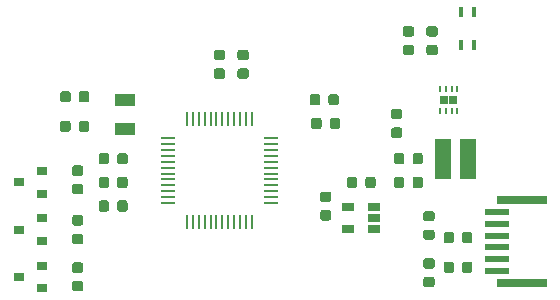
<source format=gtp>
G04 #@! TF.GenerationSoftware,KiCad,Pcbnew,(5.1.0)-1*
G04 #@! TF.CreationDate,2019-06-02T21:22:59+02:00*
G04 #@! TF.ProjectId,ledpwmble,6c656470-776d-4626-9c65-2e6b69636164,rev?*
G04 #@! TF.SameCoordinates,Original*
G04 #@! TF.FileFunction,Paste,Top*
G04 #@! TF.FilePolarity,Positive*
%FSLAX46Y46*%
G04 Gerber Fmt 4.6, Leading zero omitted, Abs format (unit mm)*
G04 Created by KiCad (PCBNEW (5.1.0)-1) date 2019-06-02 21:22:59*
%MOMM*%
%LPD*%
G04 APERTURE LIST*
%ADD10R,4.200000X0.700000*%
%ADD11R,2.000000X0.600000*%
%ADD12R,1.800000X1.000000*%
%ADD13R,0.250000X1.300000*%
%ADD14R,1.300000X0.250000*%
%ADD15R,0.650000X0.750000*%
%ADD16R,0.250000X0.500000*%
%ADD17R,1.060000X0.650000*%
%ADD18C,0.100000*%
%ADD19C,0.875000*%
%ADD20R,0.900000X0.800000*%
%ADD21R,1.350000X3.400000*%
%ADD22R,0.400000X0.900000*%
G04 APERTURE END LIST*
D10*
X178600000Y-106500000D03*
D11*
X176500000Y-105500000D03*
X176500000Y-104500000D03*
X176500000Y-103500000D03*
X176500000Y-102500000D03*
X176500000Y-101500000D03*
X176500000Y-100500000D03*
D10*
X178600000Y-99500000D03*
D12*
X145000000Y-93500000D03*
X145000000Y-91000000D03*
D13*
X150250000Y-92650000D03*
X150750000Y-92650000D03*
X151250000Y-92650000D03*
X151750000Y-92650000D03*
X152250000Y-92650000D03*
X152750000Y-92650000D03*
X153250000Y-92650000D03*
X153750000Y-92650000D03*
X154250000Y-92650000D03*
X154750000Y-92650000D03*
X155250000Y-92650000D03*
X155750000Y-92650000D03*
D14*
X157350000Y-94250000D03*
X157350000Y-94750000D03*
X157350000Y-95250000D03*
X157350000Y-95750000D03*
X157350000Y-96250000D03*
X157350000Y-96750000D03*
X157350000Y-97250000D03*
X157350000Y-97750000D03*
X157350000Y-98250000D03*
X157350000Y-98750000D03*
X157350000Y-99250000D03*
X157350000Y-99750000D03*
D13*
X155750000Y-101350000D03*
X155250000Y-101350000D03*
X154750000Y-101350000D03*
X154250000Y-101350000D03*
X153750000Y-101350000D03*
X153250000Y-101350000D03*
X152750000Y-101350000D03*
X152250000Y-101350000D03*
X151750000Y-101350000D03*
X151250000Y-101350000D03*
X150750000Y-101350000D03*
X150250000Y-101350000D03*
D14*
X148650000Y-99750000D03*
X148650000Y-99250000D03*
X148650000Y-98750000D03*
X148650000Y-98250000D03*
X148650000Y-97750000D03*
X148650000Y-97250000D03*
X148650000Y-96750000D03*
X148650000Y-96250000D03*
X148650000Y-95750000D03*
X148650000Y-95250000D03*
X148650000Y-94750000D03*
X148650000Y-94250000D03*
D15*
X172800000Y-91000000D03*
X172000000Y-91000000D03*
D16*
X172150000Y-91950000D03*
X171650000Y-91950000D03*
X171650000Y-90050000D03*
X172650000Y-90050000D03*
X173150000Y-90050000D03*
X173150000Y-91950000D03*
X172650000Y-91950000D03*
X172150000Y-90050000D03*
D17*
X163900000Y-101950000D03*
X163900000Y-100050000D03*
X166100000Y-100050000D03*
X166100000Y-101000000D03*
X166100000Y-101950000D03*
D18*
G36*
X174227691Y-104706053D02*
G01*
X174248926Y-104709203D01*
X174269750Y-104714419D01*
X174289962Y-104721651D01*
X174309368Y-104730830D01*
X174327781Y-104741866D01*
X174345024Y-104754654D01*
X174360930Y-104769070D01*
X174375346Y-104784976D01*
X174388134Y-104802219D01*
X174399170Y-104820632D01*
X174408349Y-104840038D01*
X174415581Y-104860250D01*
X174420797Y-104881074D01*
X174423947Y-104902309D01*
X174425000Y-104923750D01*
X174425000Y-105436250D01*
X174423947Y-105457691D01*
X174420797Y-105478926D01*
X174415581Y-105499750D01*
X174408349Y-105519962D01*
X174399170Y-105539368D01*
X174388134Y-105557781D01*
X174375346Y-105575024D01*
X174360930Y-105590930D01*
X174345024Y-105605346D01*
X174327781Y-105618134D01*
X174309368Y-105629170D01*
X174289962Y-105638349D01*
X174269750Y-105645581D01*
X174248926Y-105650797D01*
X174227691Y-105653947D01*
X174206250Y-105655000D01*
X173768750Y-105655000D01*
X173747309Y-105653947D01*
X173726074Y-105650797D01*
X173705250Y-105645581D01*
X173685038Y-105638349D01*
X173665632Y-105629170D01*
X173647219Y-105618134D01*
X173629976Y-105605346D01*
X173614070Y-105590930D01*
X173599654Y-105575024D01*
X173586866Y-105557781D01*
X173575830Y-105539368D01*
X173566651Y-105519962D01*
X173559419Y-105499750D01*
X173554203Y-105478926D01*
X173551053Y-105457691D01*
X173550000Y-105436250D01*
X173550000Y-104923750D01*
X173551053Y-104902309D01*
X173554203Y-104881074D01*
X173559419Y-104860250D01*
X173566651Y-104840038D01*
X173575830Y-104820632D01*
X173586866Y-104802219D01*
X173599654Y-104784976D01*
X173614070Y-104769070D01*
X173629976Y-104754654D01*
X173647219Y-104741866D01*
X173665632Y-104730830D01*
X173685038Y-104721651D01*
X173705250Y-104714419D01*
X173726074Y-104709203D01*
X173747309Y-104706053D01*
X173768750Y-104705000D01*
X174206250Y-104705000D01*
X174227691Y-104706053D01*
X174227691Y-104706053D01*
G37*
D19*
X173987500Y-105180000D03*
D18*
G36*
X172652691Y-104706053D02*
G01*
X172673926Y-104709203D01*
X172694750Y-104714419D01*
X172714962Y-104721651D01*
X172734368Y-104730830D01*
X172752781Y-104741866D01*
X172770024Y-104754654D01*
X172785930Y-104769070D01*
X172800346Y-104784976D01*
X172813134Y-104802219D01*
X172824170Y-104820632D01*
X172833349Y-104840038D01*
X172840581Y-104860250D01*
X172845797Y-104881074D01*
X172848947Y-104902309D01*
X172850000Y-104923750D01*
X172850000Y-105436250D01*
X172848947Y-105457691D01*
X172845797Y-105478926D01*
X172840581Y-105499750D01*
X172833349Y-105519962D01*
X172824170Y-105539368D01*
X172813134Y-105557781D01*
X172800346Y-105575024D01*
X172785930Y-105590930D01*
X172770024Y-105605346D01*
X172752781Y-105618134D01*
X172734368Y-105629170D01*
X172714962Y-105638349D01*
X172694750Y-105645581D01*
X172673926Y-105650797D01*
X172652691Y-105653947D01*
X172631250Y-105655000D01*
X172193750Y-105655000D01*
X172172309Y-105653947D01*
X172151074Y-105650797D01*
X172130250Y-105645581D01*
X172110038Y-105638349D01*
X172090632Y-105629170D01*
X172072219Y-105618134D01*
X172054976Y-105605346D01*
X172039070Y-105590930D01*
X172024654Y-105575024D01*
X172011866Y-105557781D01*
X172000830Y-105539368D01*
X171991651Y-105519962D01*
X171984419Y-105499750D01*
X171979203Y-105478926D01*
X171976053Y-105457691D01*
X171975000Y-105436250D01*
X171975000Y-104923750D01*
X171976053Y-104902309D01*
X171979203Y-104881074D01*
X171984419Y-104860250D01*
X171991651Y-104840038D01*
X172000830Y-104820632D01*
X172011866Y-104802219D01*
X172024654Y-104784976D01*
X172039070Y-104769070D01*
X172054976Y-104754654D01*
X172072219Y-104741866D01*
X172090632Y-104730830D01*
X172110038Y-104721651D01*
X172130250Y-104714419D01*
X172151074Y-104709203D01*
X172172309Y-104706053D01*
X172193750Y-104705000D01*
X172631250Y-104705000D01*
X172652691Y-104706053D01*
X172652691Y-104706053D01*
G37*
D19*
X172412500Y-105180000D03*
D18*
G36*
X171017691Y-100416053D02*
G01*
X171038926Y-100419203D01*
X171059750Y-100424419D01*
X171079962Y-100431651D01*
X171099368Y-100440830D01*
X171117781Y-100451866D01*
X171135024Y-100464654D01*
X171150930Y-100479070D01*
X171165346Y-100494976D01*
X171178134Y-100512219D01*
X171189170Y-100530632D01*
X171198349Y-100550038D01*
X171205581Y-100570250D01*
X171210797Y-100591074D01*
X171213947Y-100612309D01*
X171215000Y-100633750D01*
X171215000Y-101071250D01*
X171213947Y-101092691D01*
X171210797Y-101113926D01*
X171205581Y-101134750D01*
X171198349Y-101154962D01*
X171189170Y-101174368D01*
X171178134Y-101192781D01*
X171165346Y-101210024D01*
X171150930Y-101225930D01*
X171135024Y-101240346D01*
X171117781Y-101253134D01*
X171099368Y-101264170D01*
X171079962Y-101273349D01*
X171059750Y-101280581D01*
X171038926Y-101285797D01*
X171017691Y-101288947D01*
X170996250Y-101290000D01*
X170483750Y-101290000D01*
X170462309Y-101288947D01*
X170441074Y-101285797D01*
X170420250Y-101280581D01*
X170400038Y-101273349D01*
X170380632Y-101264170D01*
X170362219Y-101253134D01*
X170344976Y-101240346D01*
X170329070Y-101225930D01*
X170314654Y-101210024D01*
X170301866Y-101192781D01*
X170290830Y-101174368D01*
X170281651Y-101154962D01*
X170274419Y-101134750D01*
X170269203Y-101113926D01*
X170266053Y-101092691D01*
X170265000Y-101071250D01*
X170265000Y-100633750D01*
X170266053Y-100612309D01*
X170269203Y-100591074D01*
X170274419Y-100570250D01*
X170281651Y-100550038D01*
X170290830Y-100530632D01*
X170301866Y-100512219D01*
X170314654Y-100494976D01*
X170329070Y-100479070D01*
X170344976Y-100464654D01*
X170362219Y-100451866D01*
X170380632Y-100440830D01*
X170400038Y-100431651D01*
X170420250Y-100424419D01*
X170441074Y-100419203D01*
X170462309Y-100416053D01*
X170483750Y-100415000D01*
X170996250Y-100415000D01*
X171017691Y-100416053D01*
X171017691Y-100416053D01*
G37*
D19*
X170740000Y-100852500D03*
D18*
G36*
X171017691Y-101991053D02*
G01*
X171038926Y-101994203D01*
X171059750Y-101999419D01*
X171079962Y-102006651D01*
X171099368Y-102015830D01*
X171117781Y-102026866D01*
X171135024Y-102039654D01*
X171150930Y-102054070D01*
X171165346Y-102069976D01*
X171178134Y-102087219D01*
X171189170Y-102105632D01*
X171198349Y-102125038D01*
X171205581Y-102145250D01*
X171210797Y-102166074D01*
X171213947Y-102187309D01*
X171215000Y-102208750D01*
X171215000Y-102646250D01*
X171213947Y-102667691D01*
X171210797Y-102688926D01*
X171205581Y-102709750D01*
X171198349Y-102729962D01*
X171189170Y-102749368D01*
X171178134Y-102767781D01*
X171165346Y-102785024D01*
X171150930Y-102800930D01*
X171135024Y-102815346D01*
X171117781Y-102828134D01*
X171099368Y-102839170D01*
X171079962Y-102848349D01*
X171059750Y-102855581D01*
X171038926Y-102860797D01*
X171017691Y-102863947D01*
X170996250Y-102865000D01*
X170483750Y-102865000D01*
X170462309Y-102863947D01*
X170441074Y-102860797D01*
X170420250Y-102855581D01*
X170400038Y-102848349D01*
X170380632Y-102839170D01*
X170362219Y-102828134D01*
X170344976Y-102815346D01*
X170329070Y-102800930D01*
X170314654Y-102785024D01*
X170301866Y-102767781D01*
X170290830Y-102749368D01*
X170281651Y-102729962D01*
X170274419Y-102709750D01*
X170269203Y-102688926D01*
X170266053Y-102667691D01*
X170265000Y-102646250D01*
X170265000Y-102208750D01*
X170266053Y-102187309D01*
X170269203Y-102166074D01*
X170274419Y-102145250D01*
X170281651Y-102125038D01*
X170290830Y-102105632D01*
X170301866Y-102087219D01*
X170314654Y-102069976D01*
X170329070Y-102054070D01*
X170344976Y-102039654D01*
X170362219Y-102026866D01*
X170380632Y-102015830D01*
X170400038Y-102006651D01*
X170420250Y-101999419D01*
X170441074Y-101994203D01*
X170462309Y-101991053D01*
X170483750Y-101990000D01*
X170996250Y-101990000D01*
X171017691Y-101991053D01*
X171017691Y-101991053D01*
G37*
D19*
X170740000Y-102427500D03*
D18*
G36*
X174227691Y-102196053D02*
G01*
X174248926Y-102199203D01*
X174269750Y-102204419D01*
X174289962Y-102211651D01*
X174309368Y-102220830D01*
X174327781Y-102231866D01*
X174345024Y-102244654D01*
X174360930Y-102259070D01*
X174375346Y-102274976D01*
X174388134Y-102292219D01*
X174399170Y-102310632D01*
X174408349Y-102330038D01*
X174415581Y-102350250D01*
X174420797Y-102371074D01*
X174423947Y-102392309D01*
X174425000Y-102413750D01*
X174425000Y-102926250D01*
X174423947Y-102947691D01*
X174420797Y-102968926D01*
X174415581Y-102989750D01*
X174408349Y-103009962D01*
X174399170Y-103029368D01*
X174388134Y-103047781D01*
X174375346Y-103065024D01*
X174360930Y-103080930D01*
X174345024Y-103095346D01*
X174327781Y-103108134D01*
X174309368Y-103119170D01*
X174289962Y-103128349D01*
X174269750Y-103135581D01*
X174248926Y-103140797D01*
X174227691Y-103143947D01*
X174206250Y-103145000D01*
X173768750Y-103145000D01*
X173747309Y-103143947D01*
X173726074Y-103140797D01*
X173705250Y-103135581D01*
X173685038Y-103128349D01*
X173665632Y-103119170D01*
X173647219Y-103108134D01*
X173629976Y-103095346D01*
X173614070Y-103080930D01*
X173599654Y-103065024D01*
X173586866Y-103047781D01*
X173575830Y-103029368D01*
X173566651Y-103009962D01*
X173559419Y-102989750D01*
X173554203Y-102968926D01*
X173551053Y-102947691D01*
X173550000Y-102926250D01*
X173550000Y-102413750D01*
X173551053Y-102392309D01*
X173554203Y-102371074D01*
X173559419Y-102350250D01*
X173566651Y-102330038D01*
X173575830Y-102310632D01*
X173586866Y-102292219D01*
X173599654Y-102274976D01*
X173614070Y-102259070D01*
X173629976Y-102244654D01*
X173647219Y-102231866D01*
X173665632Y-102220830D01*
X173685038Y-102211651D01*
X173705250Y-102204419D01*
X173726074Y-102199203D01*
X173747309Y-102196053D01*
X173768750Y-102195000D01*
X174206250Y-102195000D01*
X174227691Y-102196053D01*
X174227691Y-102196053D01*
G37*
D19*
X173987500Y-102670000D03*
D18*
G36*
X172652691Y-102196053D02*
G01*
X172673926Y-102199203D01*
X172694750Y-102204419D01*
X172714962Y-102211651D01*
X172734368Y-102220830D01*
X172752781Y-102231866D01*
X172770024Y-102244654D01*
X172785930Y-102259070D01*
X172800346Y-102274976D01*
X172813134Y-102292219D01*
X172824170Y-102310632D01*
X172833349Y-102330038D01*
X172840581Y-102350250D01*
X172845797Y-102371074D01*
X172848947Y-102392309D01*
X172850000Y-102413750D01*
X172850000Y-102926250D01*
X172848947Y-102947691D01*
X172845797Y-102968926D01*
X172840581Y-102989750D01*
X172833349Y-103009962D01*
X172824170Y-103029368D01*
X172813134Y-103047781D01*
X172800346Y-103065024D01*
X172785930Y-103080930D01*
X172770024Y-103095346D01*
X172752781Y-103108134D01*
X172734368Y-103119170D01*
X172714962Y-103128349D01*
X172694750Y-103135581D01*
X172673926Y-103140797D01*
X172652691Y-103143947D01*
X172631250Y-103145000D01*
X172193750Y-103145000D01*
X172172309Y-103143947D01*
X172151074Y-103140797D01*
X172130250Y-103135581D01*
X172110038Y-103128349D01*
X172090632Y-103119170D01*
X172072219Y-103108134D01*
X172054976Y-103095346D01*
X172039070Y-103080930D01*
X172024654Y-103065024D01*
X172011866Y-103047781D01*
X172000830Y-103029368D01*
X171991651Y-103009962D01*
X171984419Y-102989750D01*
X171979203Y-102968926D01*
X171976053Y-102947691D01*
X171975000Y-102926250D01*
X171975000Y-102413750D01*
X171976053Y-102392309D01*
X171979203Y-102371074D01*
X171984419Y-102350250D01*
X171991651Y-102330038D01*
X172000830Y-102310632D01*
X172011866Y-102292219D01*
X172024654Y-102274976D01*
X172039070Y-102259070D01*
X172054976Y-102244654D01*
X172072219Y-102231866D01*
X172090632Y-102220830D01*
X172110038Y-102211651D01*
X172130250Y-102204419D01*
X172151074Y-102199203D01*
X172172309Y-102196053D01*
X172193750Y-102195000D01*
X172631250Y-102195000D01*
X172652691Y-102196053D01*
X172652691Y-102196053D01*
G37*
D19*
X172412500Y-102670000D03*
D18*
G36*
X141277691Y-96563553D02*
G01*
X141298926Y-96566703D01*
X141319750Y-96571919D01*
X141339962Y-96579151D01*
X141359368Y-96588330D01*
X141377781Y-96599366D01*
X141395024Y-96612154D01*
X141410930Y-96626570D01*
X141425346Y-96642476D01*
X141438134Y-96659719D01*
X141449170Y-96678132D01*
X141458349Y-96697538D01*
X141465581Y-96717750D01*
X141470797Y-96738574D01*
X141473947Y-96759809D01*
X141475000Y-96781250D01*
X141475000Y-97218750D01*
X141473947Y-97240191D01*
X141470797Y-97261426D01*
X141465581Y-97282250D01*
X141458349Y-97302462D01*
X141449170Y-97321868D01*
X141438134Y-97340281D01*
X141425346Y-97357524D01*
X141410930Y-97373430D01*
X141395024Y-97387846D01*
X141377781Y-97400634D01*
X141359368Y-97411670D01*
X141339962Y-97420849D01*
X141319750Y-97428081D01*
X141298926Y-97433297D01*
X141277691Y-97436447D01*
X141256250Y-97437500D01*
X140743750Y-97437500D01*
X140722309Y-97436447D01*
X140701074Y-97433297D01*
X140680250Y-97428081D01*
X140660038Y-97420849D01*
X140640632Y-97411670D01*
X140622219Y-97400634D01*
X140604976Y-97387846D01*
X140589070Y-97373430D01*
X140574654Y-97357524D01*
X140561866Y-97340281D01*
X140550830Y-97321868D01*
X140541651Y-97302462D01*
X140534419Y-97282250D01*
X140529203Y-97261426D01*
X140526053Y-97240191D01*
X140525000Y-97218750D01*
X140525000Y-96781250D01*
X140526053Y-96759809D01*
X140529203Y-96738574D01*
X140534419Y-96717750D01*
X140541651Y-96697538D01*
X140550830Y-96678132D01*
X140561866Y-96659719D01*
X140574654Y-96642476D01*
X140589070Y-96626570D01*
X140604976Y-96612154D01*
X140622219Y-96599366D01*
X140640632Y-96588330D01*
X140660038Y-96579151D01*
X140680250Y-96571919D01*
X140701074Y-96566703D01*
X140722309Y-96563553D01*
X140743750Y-96562500D01*
X141256250Y-96562500D01*
X141277691Y-96563553D01*
X141277691Y-96563553D01*
G37*
D19*
X141000000Y-97000000D03*
D18*
G36*
X141277691Y-98138553D02*
G01*
X141298926Y-98141703D01*
X141319750Y-98146919D01*
X141339962Y-98154151D01*
X141359368Y-98163330D01*
X141377781Y-98174366D01*
X141395024Y-98187154D01*
X141410930Y-98201570D01*
X141425346Y-98217476D01*
X141438134Y-98234719D01*
X141449170Y-98253132D01*
X141458349Y-98272538D01*
X141465581Y-98292750D01*
X141470797Y-98313574D01*
X141473947Y-98334809D01*
X141475000Y-98356250D01*
X141475000Y-98793750D01*
X141473947Y-98815191D01*
X141470797Y-98836426D01*
X141465581Y-98857250D01*
X141458349Y-98877462D01*
X141449170Y-98896868D01*
X141438134Y-98915281D01*
X141425346Y-98932524D01*
X141410930Y-98948430D01*
X141395024Y-98962846D01*
X141377781Y-98975634D01*
X141359368Y-98986670D01*
X141339962Y-98995849D01*
X141319750Y-99003081D01*
X141298926Y-99008297D01*
X141277691Y-99011447D01*
X141256250Y-99012500D01*
X140743750Y-99012500D01*
X140722309Y-99011447D01*
X140701074Y-99008297D01*
X140680250Y-99003081D01*
X140660038Y-98995849D01*
X140640632Y-98986670D01*
X140622219Y-98975634D01*
X140604976Y-98962846D01*
X140589070Y-98948430D01*
X140574654Y-98932524D01*
X140561866Y-98915281D01*
X140550830Y-98896868D01*
X140541651Y-98877462D01*
X140534419Y-98857250D01*
X140529203Y-98836426D01*
X140526053Y-98815191D01*
X140525000Y-98793750D01*
X140525000Y-98356250D01*
X140526053Y-98334809D01*
X140529203Y-98313574D01*
X140534419Y-98292750D01*
X140541651Y-98272538D01*
X140550830Y-98253132D01*
X140561866Y-98234719D01*
X140574654Y-98217476D01*
X140589070Y-98201570D01*
X140604976Y-98187154D01*
X140622219Y-98174366D01*
X140640632Y-98163330D01*
X140660038Y-98154151D01*
X140680250Y-98146919D01*
X140701074Y-98141703D01*
X140722309Y-98138553D01*
X140743750Y-98137500D01*
X141256250Y-98137500D01*
X141277691Y-98138553D01*
X141277691Y-98138553D01*
G37*
D19*
X141000000Y-98575000D03*
D18*
G36*
X141277691Y-100776053D02*
G01*
X141298926Y-100779203D01*
X141319750Y-100784419D01*
X141339962Y-100791651D01*
X141359368Y-100800830D01*
X141377781Y-100811866D01*
X141395024Y-100824654D01*
X141410930Y-100839070D01*
X141425346Y-100854976D01*
X141438134Y-100872219D01*
X141449170Y-100890632D01*
X141458349Y-100910038D01*
X141465581Y-100930250D01*
X141470797Y-100951074D01*
X141473947Y-100972309D01*
X141475000Y-100993750D01*
X141475000Y-101431250D01*
X141473947Y-101452691D01*
X141470797Y-101473926D01*
X141465581Y-101494750D01*
X141458349Y-101514962D01*
X141449170Y-101534368D01*
X141438134Y-101552781D01*
X141425346Y-101570024D01*
X141410930Y-101585930D01*
X141395024Y-101600346D01*
X141377781Y-101613134D01*
X141359368Y-101624170D01*
X141339962Y-101633349D01*
X141319750Y-101640581D01*
X141298926Y-101645797D01*
X141277691Y-101648947D01*
X141256250Y-101650000D01*
X140743750Y-101650000D01*
X140722309Y-101648947D01*
X140701074Y-101645797D01*
X140680250Y-101640581D01*
X140660038Y-101633349D01*
X140640632Y-101624170D01*
X140622219Y-101613134D01*
X140604976Y-101600346D01*
X140589070Y-101585930D01*
X140574654Y-101570024D01*
X140561866Y-101552781D01*
X140550830Y-101534368D01*
X140541651Y-101514962D01*
X140534419Y-101494750D01*
X140529203Y-101473926D01*
X140526053Y-101452691D01*
X140525000Y-101431250D01*
X140525000Y-100993750D01*
X140526053Y-100972309D01*
X140529203Y-100951074D01*
X140534419Y-100930250D01*
X140541651Y-100910038D01*
X140550830Y-100890632D01*
X140561866Y-100872219D01*
X140574654Y-100854976D01*
X140589070Y-100839070D01*
X140604976Y-100824654D01*
X140622219Y-100811866D01*
X140640632Y-100800830D01*
X140660038Y-100791651D01*
X140680250Y-100784419D01*
X140701074Y-100779203D01*
X140722309Y-100776053D01*
X140743750Y-100775000D01*
X141256250Y-100775000D01*
X141277691Y-100776053D01*
X141277691Y-100776053D01*
G37*
D19*
X141000000Y-101212500D03*
D18*
G36*
X141277691Y-102351053D02*
G01*
X141298926Y-102354203D01*
X141319750Y-102359419D01*
X141339962Y-102366651D01*
X141359368Y-102375830D01*
X141377781Y-102386866D01*
X141395024Y-102399654D01*
X141410930Y-102414070D01*
X141425346Y-102429976D01*
X141438134Y-102447219D01*
X141449170Y-102465632D01*
X141458349Y-102485038D01*
X141465581Y-102505250D01*
X141470797Y-102526074D01*
X141473947Y-102547309D01*
X141475000Y-102568750D01*
X141475000Y-103006250D01*
X141473947Y-103027691D01*
X141470797Y-103048926D01*
X141465581Y-103069750D01*
X141458349Y-103089962D01*
X141449170Y-103109368D01*
X141438134Y-103127781D01*
X141425346Y-103145024D01*
X141410930Y-103160930D01*
X141395024Y-103175346D01*
X141377781Y-103188134D01*
X141359368Y-103199170D01*
X141339962Y-103208349D01*
X141319750Y-103215581D01*
X141298926Y-103220797D01*
X141277691Y-103223947D01*
X141256250Y-103225000D01*
X140743750Y-103225000D01*
X140722309Y-103223947D01*
X140701074Y-103220797D01*
X140680250Y-103215581D01*
X140660038Y-103208349D01*
X140640632Y-103199170D01*
X140622219Y-103188134D01*
X140604976Y-103175346D01*
X140589070Y-103160930D01*
X140574654Y-103145024D01*
X140561866Y-103127781D01*
X140550830Y-103109368D01*
X140541651Y-103089962D01*
X140534419Y-103069750D01*
X140529203Y-103048926D01*
X140526053Y-103027691D01*
X140525000Y-103006250D01*
X140525000Y-102568750D01*
X140526053Y-102547309D01*
X140529203Y-102526074D01*
X140534419Y-102505250D01*
X140541651Y-102485038D01*
X140550830Y-102465632D01*
X140561866Y-102447219D01*
X140574654Y-102429976D01*
X140589070Y-102414070D01*
X140604976Y-102399654D01*
X140622219Y-102386866D01*
X140640632Y-102375830D01*
X140660038Y-102366651D01*
X140680250Y-102359419D01*
X140701074Y-102354203D01*
X140722309Y-102351053D01*
X140743750Y-102350000D01*
X141256250Y-102350000D01*
X141277691Y-102351053D01*
X141277691Y-102351053D01*
G37*
D19*
X141000000Y-102787500D03*
D18*
G36*
X141277691Y-104776053D02*
G01*
X141298926Y-104779203D01*
X141319750Y-104784419D01*
X141339962Y-104791651D01*
X141359368Y-104800830D01*
X141377781Y-104811866D01*
X141395024Y-104824654D01*
X141410930Y-104839070D01*
X141425346Y-104854976D01*
X141438134Y-104872219D01*
X141449170Y-104890632D01*
X141458349Y-104910038D01*
X141465581Y-104930250D01*
X141470797Y-104951074D01*
X141473947Y-104972309D01*
X141475000Y-104993750D01*
X141475000Y-105431250D01*
X141473947Y-105452691D01*
X141470797Y-105473926D01*
X141465581Y-105494750D01*
X141458349Y-105514962D01*
X141449170Y-105534368D01*
X141438134Y-105552781D01*
X141425346Y-105570024D01*
X141410930Y-105585930D01*
X141395024Y-105600346D01*
X141377781Y-105613134D01*
X141359368Y-105624170D01*
X141339962Y-105633349D01*
X141319750Y-105640581D01*
X141298926Y-105645797D01*
X141277691Y-105648947D01*
X141256250Y-105650000D01*
X140743750Y-105650000D01*
X140722309Y-105648947D01*
X140701074Y-105645797D01*
X140680250Y-105640581D01*
X140660038Y-105633349D01*
X140640632Y-105624170D01*
X140622219Y-105613134D01*
X140604976Y-105600346D01*
X140589070Y-105585930D01*
X140574654Y-105570024D01*
X140561866Y-105552781D01*
X140550830Y-105534368D01*
X140541651Y-105514962D01*
X140534419Y-105494750D01*
X140529203Y-105473926D01*
X140526053Y-105452691D01*
X140525000Y-105431250D01*
X140525000Y-104993750D01*
X140526053Y-104972309D01*
X140529203Y-104951074D01*
X140534419Y-104930250D01*
X140541651Y-104910038D01*
X140550830Y-104890632D01*
X140561866Y-104872219D01*
X140574654Y-104854976D01*
X140589070Y-104839070D01*
X140604976Y-104824654D01*
X140622219Y-104811866D01*
X140640632Y-104800830D01*
X140660038Y-104791651D01*
X140680250Y-104784419D01*
X140701074Y-104779203D01*
X140722309Y-104776053D01*
X140743750Y-104775000D01*
X141256250Y-104775000D01*
X141277691Y-104776053D01*
X141277691Y-104776053D01*
G37*
D19*
X141000000Y-105212500D03*
D18*
G36*
X141277691Y-106351053D02*
G01*
X141298926Y-106354203D01*
X141319750Y-106359419D01*
X141339962Y-106366651D01*
X141359368Y-106375830D01*
X141377781Y-106386866D01*
X141395024Y-106399654D01*
X141410930Y-106414070D01*
X141425346Y-106429976D01*
X141438134Y-106447219D01*
X141449170Y-106465632D01*
X141458349Y-106485038D01*
X141465581Y-106505250D01*
X141470797Y-106526074D01*
X141473947Y-106547309D01*
X141475000Y-106568750D01*
X141475000Y-107006250D01*
X141473947Y-107027691D01*
X141470797Y-107048926D01*
X141465581Y-107069750D01*
X141458349Y-107089962D01*
X141449170Y-107109368D01*
X141438134Y-107127781D01*
X141425346Y-107145024D01*
X141410930Y-107160930D01*
X141395024Y-107175346D01*
X141377781Y-107188134D01*
X141359368Y-107199170D01*
X141339962Y-107208349D01*
X141319750Y-107215581D01*
X141298926Y-107220797D01*
X141277691Y-107223947D01*
X141256250Y-107225000D01*
X140743750Y-107225000D01*
X140722309Y-107223947D01*
X140701074Y-107220797D01*
X140680250Y-107215581D01*
X140660038Y-107208349D01*
X140640632Y-107199170D01*
X140622219Y-107188134D01*
X140604976Y-107175346D01*
X140589070Y-107160930D01*
X140574654Y-107145024D01*
X140561866Y-107127781D01*
X140550830Y-107109368D01*
X140541651Y-107089962D01*
X140534419Y-107069750D01*
X140529203Y-107048926D01*
X140526053Y-107027691D01*
X140525000Y-107006250D01*
X140525000Y-106568750D01*
X140526053Y-106547309D01*
X140529203Y-106526074D01*
X140534419Y-106505250D01*
X140541651Y-106485038D01*
X140550830Y-106465632D01*
X140561866Y-106447219D01*
X140574654Y-106429976D01*
X140589070Y-106414070D01*
X140604976Y-106399654D01*
X140622219Y-106386866D01*
X140640632Y-106375830D01*
X140660038Y-106366651D01*
X140680250Y-106359419D01*
X140701074Y-106354203D01*
X140722309Y-106351053D01*
X140743750Y-106350000D01*
X141256250Y-106350000D01*
X141277691Y-106351053D01*
X141277691Y-106351053D01*
G37*
D19*
X141000000Y-106787500D03*
D18*
G36*
X168277691Y-93351053D02*
G01*
X168298926Y-93354203D01*
X168319750Y-93359419D01*
X168339962Y-93366651D01*
X168359368Y-93375830D01*
X168377781Y-93386866D01*
X168395024Y-93399654D01*
X168410930Y-93414070D01*
X168425346Y-93429976D01*
X168438134Y-93447219D01*
X168449170Y-93465632D01*
X168458349Y-93485038D01*
X168465581Y-93505250D01*
X168470797Y-93526074D01*
X168473947Y-93547309D01*
X168475000Y-93568750D01*
X168475000Y-94006250D01*
X168473947Y-94027691D01*
X168470797Y-94048926D01*
X168465581Y-94069750D01*
X168458349Y-94089962D01*
X168449170Y-94109368D01*
X168438134Y-94127781D01*
X168425346Y-94145024D01*
X168410930Y-94160930D01*
X168395024Y-94175346D01*
X168377781Y-94188134D01*
X168359368Y-94199170D01*
X168339962Y-94208349D01*
X168319750Y-94215581D01*
X168298926Y-94220797D01*
X168277691Y-94223947D01*
X168256250Y-94225000D01*
X167743750Y-94225000D01*
X167722309Y-94223947D01*
X167701074Y-94220797D01*
X167680250Y-94215581D01*
X167660038Y-94208349D01*
X167640632Y-94199170D01*
X167622219Y-94188134D01*
X167604976Y-94175346D01*
X167589070Y-94160930D01*
X167574654Y-94145024D01*
X167561866Y-94127781D01*
X167550830Y-94109368D01*
X167541651Y-94089962D01*
X167534419Y-94069750D01*
X167529203Y-94048926D01*
X167526053Y-94027691D01*
X167525000Y-94006250D01*
X167525000Y-93568750D01*
X167526053Y-93547309D01*
X167529203Y-93526074D01*
X167534419Y-93505250D01*
X167541651Y-93485038D01*
X167550830Y-93465632D01*
X167561866Y-93447219D01*
X167574654Y-93429976D01*
X167589070Y-93414070D01*
X167604976Y-93399654D01*
X167622219Y-93386866D01*
X167640632Y-93375830D01*
X167660038Y-93366651D01*
X167680250Y-93359419D01*
X167701074Y-93354203D01*
X167722309Y-93351053D01*
X167743750Y-93350000D01*
X168256250Y-93350000D01*
X168277691Y-93351053D01*
X168277691Y-93351053D01*
G37*
D19*
X168000000Y-93787500D03*
D18*
G36*
X168277691Y-91776053D02*
G01*
X168298926Y-91779203D01*
X168319750Y-91784419D01*
X168339962Y-91791651D01*
X168359368Y-91800830D01*
X168377781Y-91811866D01*
X168395024Y-91824654D01*
X168410930Y-91839070D01*
X168425346Y-91854976D01*
X168438134Y-91872219D01*
X168449170Y-91890632D01*
X168458349Y-91910038D01*
X168465581Y-91930250D01*
X168470797Y-91951074D01*
X168473947Y-91972309D01*
X168475000Y-91993750D01*
X168475000Y-92431250D01*
X168473947Y-92452691D01*
X168470797Y-92473926D01*
X168465581Y-92494750D01*
X168458349Y-92514962D01*
X168449170Y-92534368D01*
X168438134Y-92552781D01*
X168425346Y-92570024D01*
X168410930Y-92585930D01*
X168395024Y-92600346D01*
X168377781Y-92613134D01*
X168359368Y-92624170D01*
X168339962Y-92633349D01*
X168319750Y-92640581D01*
X168298926Y-92645797D01*
X168277691Y-92648947D01*
X168256250Y-92650000D01*
X167743750Y-92650000D01*
X167722309Y-92648947D01*
X167701074Y-92645797D01*
X167680250Y-92640581D01*
X167660038Y-92633349D01*
X167640632Y-92624170D01*
X167622219Y-92613134D01*
X167604976Y-92600346D01*
X167589070Y-92585930D01*
X167574654Y-92570024D01*
X167561866Y-92552781D01*
X167550830Y-92534368D01*
X167541651Y-92514962D01*
X167534419Y-92494750D01*
X167529203Y-92473926D01*
X167526053Y-92452691D01*
X167525000Y-92431250D01*
X167525000Y-91993750D01*
X167526053Y-91972309D01*
X167529203Y-91951074D01*
X167534419Y-91930250D01*
X167541651Y-91910038D01*
X167550830Y-91890632D01*
X167561866Y-91872219D01*
X167574654Y-91854976D01*
X167589070Y-91839070D01*
X167604976Y-91824654D01*
X167622219Y-91811866D01*
X167640632Y-91800830D01*
X167660038Y-91791651D01*
X167680250Y-91784419D01*
X167701074Y-91779203D01*
X167722309Y-91776053D01*
X167743750Y-91775000D01*
X168256250Y-91775000D01*
X168277691Y-91776053D01*
X168277691Y-91776053D01*
G37*
D19*
X168000000Y-92212500D03*
D20*
X136000000Y-98000000D03*
X138000000Y-97050000D03*
X138000000Y-98950000D03*
X136000000Y-102000000D03*
X138000000Y-101050000D03*
X138000000Y-102950000D03*
X136000000Y-106000000D03*
X138000000Y-105050000D03*
X138000000Y-106950000D03*
D21*
X171925000Y-96000000D03*
X174075000Y-96000000D03*
D18*
G36*
X145027691Y-99526053D02*
G01*
X145048926Y-99529203D01*
X145069750Y-99534419D01*
X145089962Y-99541651D01*
X145109368Y-99550830D01*
X145127781Y-99561866D01*
X145145024Y-99574654D01*
X145160930Y-99589070D01*
X145175346Y-99604976D01*
X145188134Y-99622219D01*
X145199170Y-99640632D01*
X145208349Y-99660038D01*
X145215581Y-99680250D01*
X145220797Y-99701074D01*
X145223947Y-99722309D01*
X145225000Y-99743750D01*
X145225000Y-100256250D01*
X145223947Y-100277691D01*
X145220797Y-100298926D01*
X145215581Y-100319750D01*
X145208349Y-100339962D01*
X145199170Y-100359368D01*
X145188134Y-100377781D01*
X145175346Y-100395024D01*
X145160930Y-100410930D01*
X145145024Y-100425346D01*
X145127781Y-100438134D01*
X145109368Y-100449170D01*
X145089962Y-100458349D01*
X145069750Y-100465581D01*
X145048926Y-100470797D01*
X145027691Y-100473947D01*
X145006250Y-100475000D01*
X144568750Y-100475000D01*
X144547309Y-100473947D01*
X144526074Y-100470797D01*
X144505250Y-100465581D01*
X144485038Y-100458349D01*
X144465632Y-100449170D01*
X144447219Y-100438134D01*
X144429976Y-100425346D01*
X144414070Y-100410930D01*
X144399654Y-100395024D01*
X144386866Y-100377781D01*
X144375830Y-100359368D01*
X144366651Y-100339962D01*
X144359419Y-100319750D01*
X144354203Y-100298926D01*
X144351053Y-100277691D01*
X144350000Y-100256250D01*
X144350000Y-99743750D01*
X144351053Y-99722309D01*
X144354203Y-99701074D01*
X144359419Y-99680250D01*
X144366651Y-99660038D01*
X144375830Y-99640632D01*
X144386866Y-99622219D01*
X144399654Y-99604976D01*
X144414070Y-99589070D01*
X144429976Y-99574654D01*
X144447219Y-99561866D01*
X144465632Y-99550830D01*
X144485038Y-99541651D01*
X144505250Y-99534419D01*
X144526074Y-99529203D01*
X144547309Y-99526053D01*
X144568750Y-99525000D01*
X145006250Y-99525000D01*
X145027691Y-99526053D01*
X145027691Y-99526053D01*
G37*
D19*
X144787500Y-100000000D03*
D18*
G36*
X143452691Y-99526053D02*
G01*
X143473926Y-99529203D01*
X143494750Y-99534419D01*
X143514962Y-99541651D01*
X143534368Y-99550830D01*
X143552781Y-99561866D01*
X143570024Y-99574654D01*
X143585930Y-99589070D01*
X143600346Y-99604976D01*
X143613134Y-99622219D01*
X143624170Y-99640632D01*
X143633349Y-99660038D01*
X143640581Y-99680250D01*
X143645797Y-99701074D01*
X143648947Y-99722309D01*
X143650000Y-99743750D01*
X143650000Y-100256250D01*
X143648947Y-100277691D01*
X143645797Y-100298926D01*
X143640581Y-100319750D01*
X143633349Y-100339962D01*
X143624170Y-100359368D01*
X143613134Y-100377781D01*
X143600346Y-100395024D01*
X143585930Y-100410930D01*
X143570024Y-100425346D01*
X143552781Y-100438134D01*
X143534368Y-100449170D01*
X143514962Y-100458349D01*
X143494750Y-100465581D01*
X143473926Y-100470797D01*
X143452691Y-100473947D01*
X143431250Y-100475000D01*
X142993750Y-100475000D01*
X142972309Y-100473947D01*
X142951074Y-100470797D01*
X142930250Y-100465581D01*
X142910038Y-100458349D01*
X142890632Y-100449170D01*
X142872219Y-100438134D01*
X142854976Y-100425346D01*
X142839070Y-100410930D01*
X142824654Y-100395024D01*
X142811866Y-100377781D01*
X142800830Y-100359368D01*
X142791651Y-100339962D01*
X142784419Y-100319750D01*
X142779203Y-100298926D01*
X142776053Y-100277691D01*
X142775000Y-100256250D01*
X142775000Y-99743750D01*
X142776053Y-99722309D01*
X142779203Y-99701074D01*
X142784419Y-99680250D01*
X142791651Y-99660038D01*
X142800830Y-99640632D01*
X142811866Y-99622219D01*
X142824654Y-99604976D01*
X142839070Y-99589070D01*
X142854976Y-99574654D01*
X142872219Y-99561866D01*
X142890632Y-99550830D01*
X142910038Y-99541651D01*
X142930250Y-99534419D01*
X142951074Y-99529203D01*
X142972309Y-99526053D01*
X142993750Y-99525000D01*
X143431250Y-99525000D01*
X143452691Y-99526053D01*
X143452691Y-99526053D01*
G37*
D19*
X143212500Y-100000000D03*
D22*
X173425000Y-86400000D03*
X174575000Y-86400000D03*
X173425000Y-83600000D03*
X174575000Y-83600000D03*
D18*
G36*
X155277691Y-86776053D02*
G01*
X155298926Y-86779203D01*
X155319750Y-86784419D01*
X155339962Y-86791651D01*
X155359368Y-86800830D01*
X155377781Y-86811866D01*
X155395024Y-86824654D01*
X155410930Y-86839070D01*
X155425346Y-86854976D01*
X155438134Y-86872219D01*
X155449170Y-86890632D01*
X155458349Y-86910038D01*
X155465581Y-86930250D01*
X155470797Y-86951074D01*
X155473947Y-86972309D01*
X155475000Y-86993750D01*
X155475000Y-87431250D01*
X155473947Y-87452691D01*
X155470797Y-87473926D01*
X155465581Y-87494750D01*
X155458349Y-87514962D01*
X155449170Y-87534368D01*
X155438134Y-87552781D01*
X155425346Y-87570024D01*
X155410930Y-87585930D01*
X155395024Y-87600346D01*
X155377781Y-87613134D01*
X155359368Y-87624170D01*
X155339962Y-87633349D01*
X155319750Y-87640581D01*
X155298926Y-87645797D01*
X155277691Y-87648947D01*
X155256250Y-87650000D01*
X154743750Y-87650000D01*
X154722309Y-87648947D01*
X154701074Y-87645797D01*
X154680250Y-87640581D01*
X154660038Y-87633349D01*
X154640632Y-87624170D01*
X154622219Y-87613134D01*
X154604976Y-87600346D01*
X154589070Y-87585930D01*
X154574654Y-87570024D01*
X154561866Y-87552781D01*
X154550830Y-87534368D01*
X154541651Y-87514962D01*
X154534419Y-87494750D01*
X154529203Y-87473926D01*
X154526053Y-87452691D01*
X154525000Y-87431250D01*
X154525000Y-86993750D01*
X154526053Y-86972309D01*
X154529203Y-86951074D01*
X154534419Y-86930250D01*
X154541651Y-86910038D01*
X154550830Y-86890632D01*
X154561866Y-86872219D01*
X154574654Y-86854976D01*
X154589070Y-86839070D01*
X154604976Y-86824654D01*
X154622219Y-86811866D01*
X154640632Y-86800830D01*
X154660038Y-86791651D01*
X154680250Y-86784419D01*
X154701074Y-86779203D01*
X154722309Y-86776053D01*
X154743750Y-86775000D01*
X155256250Y-86775000D01*
X155277691Y-86776053D01*
X155277691Y-86776053D01*
G37*
D19*
X155000000Y-87212500D03*
D18*
G36*
X155277691Y-88351053D02*
G01*
X155298926Y-88354203D01*
X155319750Y-88359419D01*
X155339962Y-88366651D01*
X155359368Y-88375830D01*
X155377781Y-88386866D01*
X155395024Y-88399654D01*
X155410930Y-88414070D01*
X155425346Y-88429976D01*
X155438134Y-88447219D01*
X155449170Y-88465632D01*
X155458349Y-88485038D01*
X155465581Y-88505250D01*
X155470797Y-88526074D01*
X155473947Y-88547309D01*
X155475000Y-88568750D01*
X155475000Y-89006250D01*
X155473947Y-89027691D01*
X155470797Y-89048926D01*
X155465581Y-89069750D01*
X155458349Y-89089962D01*
X155449170Y-89109368D01*
X155438134Y-89127781D01*
X155425346Y-89145024D01*
X155410930Y-89160930D01*
X155395024Y-89175346D01*
X155377781Y-89188134D01*
X155359368Y-89199170D01*
X155339962Y-89208349D01*
X155319750Y-89215581D01*
X155298926Y-89220797D01*
X155277691Y-89223947D01*
X155256250Y-89225000D01*
X154743750Y-89225000D01*
X154722309Y-89223947D01*
X154701074Y-89220797D01*
X154680250Y-89215581D01*
X154660038Y-89208349D01*
X154640632Y-89199170D01*
X154622219Y-89188134D01*
X154604976Y-89175346D01*
X154589070Y-89160930D01*
X154574654Y-89145024D01*
X154561866Y-89127781D01*
X154550830Y-89109368D01*
X154541651Y-89089962D01*
X154534419Y-89069750D01*
X154529203Y-89048926D01*
X154526053Y-89027691D01*
X154525000Y-89006250D01*
X154525000Y-88568750D01*
X154526053Y-88547309D01*
X154529203Y-88526074D01*
X154534419Y-88505250D01*
X154541651Y-88485038D01*
X154550830Y-88465632D01*
X154561866Y-88447219D01*
X154574654Y-88429976D01*
X154589070Y-88414070D01*
X154604976Y-88399654D01*
X154622219Y-88386866D01*
X154640632Y-88375830D01*
X154660038Y-88366651D01*
X154680250Y-88359419D01*
X154701074Y-88354203D01*
X154722309Y-88351053D01*
X154743750Y-88350000D01*
X155256250Y-88350000D01*
X155277691Y-88351053D01*
X155277691Y-88351053D01*
G37*
D19*
X155000000Y-88787500D03*
D18*
G36*
X143452691Y-97526053D02*
G01*
X143473926Y-97529203D01*
X143494750Y-97534419D01*
X143514962Y-97541651D01*
X143534368Y-97550830D01*
X143552781Y-97561866D01*
X143570024Y-97574654D01*
X143585930Y-97589070D01*
X143600346Y-97604976D01*
X143613134Y-97622219D01*
X143624170Y-97640632D01*
X143633349Y-97660038D01*
X143640581Y-97680250D01*
X143645797Y-97701074D01*
X143648947Y-97722309D01*
X143650000Y-97743750D01*
X143650000Y-98256250D01*
X143648947Y-98277691D01*
X143645797Y-98298926D01*
X143640581Y-98319750D01*
X143633349Y-98339962D01*
X143624170Y-98359368D01*
X143613134Y-98377781D01*
X143600346Y-98395024D01*
X143585930Y-98410930D01*
X143570024Y-98425346D01*
X143552781Y-98438134D01*
X143534368Y-98449170D01*
X143514962Y-98458349D01*
X143494750Y-98465581D01*
X143473926Y-98470797D01*
X143452691Y-98473947D01*
X143431250Y-98475000D01*
X142993750Y-98475000D01*
X142972309Y-98473947D01*
X142951074Y-98470797D01*
X142930250Y-98465581D01*
X142910038Y-98458349D01*
X142890632Y-98449170D01*
X142872219Y-98438134D01*
X142854976Y-98425346D01*
X142839070Y-98410930D01*
X142824654Y-98395024D01*
X142811866Y-98377781D01*
X142800830Y-98359368D01*
X142791651Y-98339962D01*
X142784419Y-98319750D01*
X142779203Y-98298926D01*
X142776053Y-98277691D01*
X142775000Y-98256250D01*
X142775000Y-97743750D01*
X142776053Y-97722309D01*
X142779203Y-97701074D01*
X142784419Y-97680250D01*
X142791651Y-97660038D01*
X142800830Y-97640632D01*
X142811866Y-97622219D01*
X142824654Y-97604976D01*
X142839070Y-97589070D01*
X142854976Y-97574654D01*
X142872219Y-97561866D01*
X142890632Y-97550830D01*
X142910038Y-97541651D01*
X142930250Y-97534419D01*
X142951074Y-97529203D01*
X142972309Y-97526053D01*
X142993750Y-97525000D01*
X143431250Y-97525000D01*
X143452691Y-97526053D01*
X143452691Y-97526053D01*
G37*
D19*
X143212500Y-98000000D03*
D18*
G36*
X145027691Y-97526053D02*
G01*
X145048926Y-97529203D01*
X145069750Y-97534419D01*
X145089962Y-97541651D01*
X145109368Y-97550830D01*
X145127781Y-97561866D01*
X145145024Y-97574654D01*
X145160930Y-97589070D01*
X145175346Y-97604976D01*
X145188134Y-97622219D01*
X145199170Y-97640632D01*
X145208349Y-97660038D01*
X145215581Y-97680250D01*
X145220797Y-97701074D01*
X145223947Y-97722309D01*
X145225000Y-97743750D01*
X145225000Y-98256250D01*
X145223947Y-98277691D01*
X145220797Y-98298926D01*
X145215581Y-98319750D01*
X145208349Y-98339962D01*
X145199170Y-98359368D01*
X145188134Y-98377781D01*
X145175346Y-98395024D01*
X145160930Y-98410930D01*
X145145024Y-98425346D01*
X145127781Y-98438134D01*
X145109368Y-98449170D01*
X145089962Y-98458349D01*
X145069750Y-98465581D01*
X145048926Y-98470797D01*
X145027691Y-98473947D01*
X145006250Y-98475000D01*
X144568750Y-98475000D01*
X144547309Y-98473947D01*
X144526074Y-98470797D01*
X144505250Y-98465581D01*
X144485038Y-98458349D01*
X144465632Y-98449170D01*
X144447219Y-98438134D01*
X144429976Y-98425346D01*
X144414070Y-98410930D01*
X144399654Y-98395024D01*
X144386866Y-98377781D01*
X144375830Y-98359368D01*
X144366651Y-98339962D01*
X144359419Y-98319750D01*
X144354203Y-98298926D01*
X144351053Y-98277691D01*
X144350000Y-98256250D01*
X144350000Y-97743750D01*
X144351053Y-97722309D01*
X144354203Y-97701074D01*
X144359419Y-97680250D01*
X144366651Y-97660038D01*
X144375830Y-97640632D01*
X144386866Y-97622219D01*
X144399654Y-97604976D01*
X144414070Y-97589070D01*
X144429976Y-97574654D01*
X144447219Y-97561866D01*
X144465632Y-97550830D01*
X144485038Y-97541651D01*
X144505250Y-97534419D01*
X144526074Y-97529203D01*
X144547309Y-97526053D01*
X144568750Y-97525000D01*
X145006250Y-97525000D01*
X145027691Y-97526053D01*
X145027691Y-97526053D01*
G37*
D19*
X144787500Y-98000000D03*
D18*
G36*
X153277691Y-86776053D02*
G01*
X153298926Y-86779203D01*
X153319750Y-86784419D01*
X153339962Y-86791651D01*
X153359368Y-86800830D01*
X153377781Y-86811866D01*
X153395024Y-86824654D01*
X153410930Y-86839070D01*
X153425346Y-86854976D01*
X153438134Y-86872219D01*
X153449170Y-86890632D01*
X153458349Y-86910038D01*
X153465581Y-86930250D01*
X153470797Y-86951074D01*
X153473947Y-86972309D01*
X153475000Y-86993750D01*
X153475000Y-87431250D01*
X153473947Y-87452691D01*
X153470797Y-87473926D01*
X153465581Y-87494750D01*
X153458349Y-87514962D01*
X153449170Y-87534368D01*
X153438134Y-87552781D01*
X153425346Y-87570024D01*
X153410930Y-87585930D01*
X153395024Y-87600346D01*
X153377781Y-87613134D01*
X153359368Y-87624170D01*
X153339962Y-87633349D01*
X153319750Y-87640581D01*
X153298926Y-87645797D01*
X153277691Y-87648947D01*
X153256250Y-87650000D01*
X152743750Y-87650000D01*
X152722309Y-87648947D01*
X152701074Y-87645797D01*
X152680250Y-87640581D01*
X152660038Y-87633349D01*
X152640632Y-87624170D01*
X152622219Y-87613134D01*
X152604976Y-87600346D01*
X152589070Y-87585930D01*
X152574654Y-87570024D01*
X152561866Y-87552781D01*
X152550830Y-87534368D01*
X152541651Y-87514962D01*
X152534419Y-87494750D01*
X152529203Y-87473926D01*
X152526053Y-87452691D01*
X152525000Y-87431250D01*
X152525000Y-86993750D01*
X152526053Y-86972309D01*
X152529203Y-86951074D01*
X152534419Y-86930250D01*
X152541651Y-86910038D01*
X152550830Y-86890632D01*
X152561866Y-86872219D01*
X152574654Y-86854976D01*
X152589070Y-86839070D01*
X152604976Y-86824654D01*
X152622219Y-86811866D01*
X152640632Y-86800830D01*
X152660038Y-86791651D01*
X152680250Y-86784419D01*
X152701074Y-86779203D01*
X152722309Y-86776053D01*
X152743750Y-86775000D01*
X153256250Y-86775000D01*
X153277691Y-86776053D01*
X153277691Y-86776053D01*
G37*
D19*
X153000000Y-87212500D03*
D18*
G36*
X153277691Y-88351053D02*
G01*
X153298926Y-88354203D01*
X153319750Y-88359419D01*
X153339962Y-88366651D01*
X153359368Y-88375830D01*
X153377781Y-88386866D01*
X153395024Y-88399654D01*
X153410930Y-88414070D01*
X153425346Y-88429976D01*
X153438134Y-88447219D01*
X153449170Y-88465632D01*
X153458349Y-88485038D01*
X153465581Y-88505250D01*
X153470797Y-88526074D01*
X153473947Y-88547309D01*
X153475000Y-88568750D01*
X153475000Y-89006250D01*
X153473947Y-89027691D01*
X153470797Y-89048926D01*
X153465581Y-89069750D01*
X153458349Y-89089962D01*
X153449170Y-89109368D01*
X153438134Y-89127781D01*
X153425346Y-89145024D01*
X153410930Y-89160930D01*
X153395024Y-89175346D01*
X153377781Y-89188134D01*
X153359368Y-89199170D01*
X153339962Y-89208349D01*
X153319750Y-89215581D01*
X153298926Y-89220797D01*
X153277691Y-89223947D01*
X153256250Y-89225000D01*
X152743750Y-89225000D01*
X152722309Y-89223947D01*
X152701074Y-89220797D01*
X152680250Y-89215581D01*
X152660038Y-89208349D01*
X152640632Y-89199170D01*
X152622219Y-89188134D01*
X152604976Y-89175346D01*
X152589070Y-89160930D01*
X152574654Y-89145024D01*
X152561866Y-89127781D01*
X152550830Y-89109368D01*
X152541651Y-89089962D01*
X152534419Y-89069750D01*
X152529203Y-89048926D01*
X152526053Y-89027691D01*
X152525000Y-89006250D01*
X152525000Y-88568750D01*
X152526053Y-88547309D01*
X152529203Y-88526074D01*
X152534419Y-88505250D01*
X152541651Y-88485038D01*
X152550830Y-88465632D01*
X152561866Y-88447219D01*
X152574654Y-88429976D01*
X152589070Y-88414070D01*
X152604976Y-88399654D01*
X152622219Y-88386866D01*
X152640632Y-88375830D01*
X152660038Y-88366651D01*
X152680250Y-88359419D01*
X152701074Y-88354203D01*
X152722309Y-88351053D01*
X152743750Y-88350000D01*
X153256250Y-88350000D01*
X153277691Y-88351053D01*
X153277691Y-88351053D01*
G37*
D19*
X153000000Y-88787500D03*
D18*
G36*
X163027691Y-92526053D02*
G01*
X163048926Y-92529203D01*
X163069750Y-92534419D01*
X163089962Y-92541651D01*
X163109368Y-92550830D01*
X163127781Y-92561866D01*
X163145024Y-92574654D01*
X163160930Y-92589070D01*
X163175346Y-92604976D01*
X163188134Y-92622219D01*
X163199170Y-92640632D01*
X163208349Y-92660038D01*
X163215581Y-92680250D01*
X163220797Y-92701074D01*
X163223947Y-92722309D01*
X163225000Y-92743750D01*
X163225000Y-93256250D01*
X163223947Y-93277691D01*
X163220797Y-93298926D01*
X163215581Y-93319750D01*
X163208349Y-93339962D01*
X163199170Y-93359368D01*
X163188134Y-93377781D01*
X163175346Y-93395024D01*
X163160930Y-93410930D01*
X163145024Y-93425346D01*
X163127781Y-93438134D01*
X163109368Y-93449170D01*
X163089962Y-93458349D01*
X163069750Y-93465581D01*
X163048926Y-93470797D01*
X163027691Y-93473947D01*
X163006250Y-93475000D01*
X162568750Y-93475000D01*
X162547309Y-93473947D01*
X162526074Y-93470797D01*
X162505250Y-93465581D01*
X162485038Y-93458349D01*
X162465632Y-93449170D01*
X162447219Y-93438134D01*
X162429976Y-93425346D01*
X162414070Y-93410930D01*
X162399654Y-93395024D01*
X162386866Y-93377781D01*
X162375830Y-93359368D01*
X162366651Y-93339962D01*
X162359419Y-93319750D01*
X162354203Y-93298926D01*
X162351053Y-93277691D01*
X162350000Y-93256250D01*
X162350000Y-92743750D01*
X162351053Y-92722309D01*
X162354203Y-92701074D01*
X162359419Y-92680250D01*
X162366651Y-92660038D01*
X162375830Y-92640632D01*
X162386866Y-92622219D01*
X162399654Y-92604976D01*
X162414070Y-92589070D01*
X162429976Y-92574654D01*
X162447219Y-92561866D01*
X162465632Y-92550830D01*
X162485038Y-92541651D01*
X162505250Y-92534419D01*
X162526074Y-92529203D01*
X162547309Y-92526053D01*
X162568750Y-92525000D01*
X163006250Y-92525000D01*
X163027691Y-92526053D01*
X163027691Y-92526053D01*
G37*
D19*
X162787500Y-93000000D03*
D18*
G36*
X161452691Y-92526053D02*
G01*
X161473926Y-92529203D01*
X161494750Y-92534419D01*
X161514962Y-92541651D01*
X161534368Y-92550830D01*
X161552781Y-92561866D01*
X161570024Y-92574654D01*
X161585930Y-92589070D01*
X161600346Y-92604976D01*
X161613134Y-92622219D01*
X161624170Y-92640632D01*
X161633349Y-92660038D01*
X161640581Y-92680250D01*
X161645797Y-92701074D01*
X161648947Y-92722309D01*
X161650000Y-92743750D01*
X161650000Y-93256250D01*
X161648947Y-93277691D01*
X161645797Y-93298926D01*
X161640581Y-93319750D01*
X161633349Y-93339962D01*
X161624170Y-93359368D01*
X161613134Y-93377781D01*
X161600346Y-93395024D01*
X161585930Y-93410930D01*
X161570024Y-93425346D01*
X161552781Y-93438134D01*
X161534368Y-93449170D01*
X161514962Y-93458349D01*
X161494750Y-93465581D01*
X161473926Y-93470797D01*
X161452691Y-93473947D01*
X161431250Y-93475000D01*
X160993750Y-93475000D01*
X160972309Y-93473947D01*
X160951074Y-93470797D01*
X160930250Y-93465581D01*
X160910038Y-93458349D01*
X160890632Y-93449170D01*
X160872219Y-93438134D01*
X160854976Y-93425346D01*
X160839070Y-93410930D01*
X160824654Y-93395024D01*
X160811866Y-93377781D01*
X160800830Y-93359368D01*
X160791651Y-93339962D01*
X160784419Y-93319750D01*
X160779203Y-93298926D01*
X160776053Y-93277691D01*
X160775000Y-93256250D01*
X160775000Y-92743750D01*
X160776053Y-92722309D01*
X160779203Y-92701074D01*
X160784419Y-92680250D01*
X160791651Y-92660038D01*
X160800830Y-92640632D01*
X160811866Y-92622219D01*
X160824654Y-92604976D01*
X160839070Y-92589070D01*
X160854976Y-92574654D01*
X160872219Y-92561866D01*
X160890632Y-92550830D01*
X160910038Y-92541651D01*
X160930250Y-92534419D01*
X160951074Y-92529203D01*
X160972309Y-92526053D01*
X160993750Y-92525000D01*
X161431250Y-92525000D01*
X161452691Y-92526053D01*
X161452691Y-92526053D01*
G37*
D19*
X161212500Y-93000000D03*
D18*
G36*
X143452691Y-95526053D02*
G01*
X143473926Y-95529203D01*
X143494750Y-95534419D01*
X143514962Y-95541651D01*
X143534368Y-95550830D01*
X143552781Y-95561866D01*
X143570024Y-95574654D01*
X143585930Y-95589070D01*
X143600346Y-95604976D01*
X143613134Y-95622219D01*
X143624170Y-95640632D01*
X143633349Y-95660038D01*
X143640581Y-95680250D01*
X143645797Y-95701074D01*
X143648947Y-95722309D01*
X143650000Y-95743750D01*
X143650000Y-96256250D01*
X143648947Y-96277691D01*
X143645797Y-96298926D01*
X143640581Y-96319750D01*
X143633349Y-96339962D01*
X143624170Y-96359368D01*
X143613134Y-96377781D01*
X143600346Y-96395024D01*
X143585930Y-96410930D01*
X143570024Y-96425346D01*
X143552781Y-96438134D01*
X143534368Y-96449170D01*
X143514962Y-96458349D01*
X143494750Y-96465581D01*
X143473926Y-96470797D01*
X143452691Y-96473947D01*
X143431250Y-96475000D01*
X142993750Y-96475000D01*
X142972309Y-96473947D01*
X142951074Y-96470797D01*
X142930250Y-96465581D01*
X142910038Y-96458349D01*
X142890632Y-96449170D01*
X142872219Y-96438134D01*
X142854976Y-96425346D01*
X142839070Y-96410930D01*
X142824654Y-96395024D01*
X142811866Y-96377781D01*
X142800830Y-96359368D01*
X142791651Y-96339962D01*
X142784419Y-96319750D01*
X142779203Y-96298926D01*
X142776053Y-96277691D01*
X142775000Y-96256250D01*
X142775000Y-95743750D01*
X142776053Y-95722309D01*
X142779203Y-95701074D01*
X142784419Y-95680250D01*
X142791651Y-95660038D01*
X142800830Y-95640632D01*
X142811866Y-95622219D01*
X142824654Y-95604976D01*
X142839070Y-95589070D01*
X142854976Y-95574654D01*
X142872219Y-95561866D01*
X142890632Y-95550830D01*
X142910038Y-95541651D01*
X142930250Y-95534419D01*
X142951074Y-95529203D01*
X142972309Y-95526053D01*
X142993750Y-95525000D01*
X143431250Y-95525000D01*
X143452691Y-95526053D01*
X143452691Y-95526053D01*
G37*
D19*
X143212500Y-96000000D03*
D18*
G36*
X145027691Y-95526053D02*
G01*
X145048926Y-95529203D01*
X145069750Y-95534419D01*
X145089962Y-95541651D01*
X145109368Y-95550830D01*
X145127781Y-95561866D01*
X145145024Y-95574654D01*
X145160930Y-95589070D01*
X145175346Y-95604976D01*
X145188134Y-95622219D01*
X145199170Y-95640632D01*
X145208349Y-95660038D01*
X145215581Y-95680250D01*
X145220797Y-95701074D01*
X145223947Y-95722309D01*
X145225000Y-95743750D01*
X145225000Y-96256250D01*
X145223947Y-96277691D01*
X145220797Y-96298926D01*
X145215581Y-96319750D01*
X145208349Y-96339962D01*
X145199170Y-96359368D01*
X145188134Y-96377781D01*
X145175346Y-96395024D01*
X145160930Y-96410930D01*
X145145024Y-96425346D01*
X145127781Y-96438134D01*
X145109368Y-96449170D01*
X145089962Y-96458349D01*
X145069750Y-96465581D01*
X145048926Y-96470797D01*
X145027691Y-96473947D01*
X145006250Y-96475000D01*
X144568750Y-96475000D01*
X144547309Y-96473947D01*
X144526074Y-96470797D01*
X144505250Y-96465581D01*
X144485038Y-96458349D01*
X144465632Y-96449170D01*
X144447219Y-96438134D01*
X144429976Y-96425346D01*
X144414070Y-96410930D01*
X144399654Y-96395024D01*
X144386866Y-96377781D01*
X144375830Y-96359368D01*
X144366651Y-96339962D01*
X144359419Y-96319750D01*
X144354203Y-96298926D01*
X144351053Y-96277691D01*
X144350000Y-96256250D01*
X144350000Y-95743750D01*
X144351053Y-95722309D01*
X144354203Y-95701074D01*
X144359419Y-95680250D01*
X144366651Y-95660038D01*
X144375830Y-95640632D01*
X144386866Y-95622219D01*
X144399654Y-95604976D01*
X144414070Y-95589070D01*
X144429976Y-95574654D01*
X144447219Y-95561866D01*
X144465632Y-95550830D01*
X144485038Y-95541651D01*
X144505250Y-95534419D01*
X144526074Y-95529203D01*
X144547309Y-95526053D01*
X144568750Y-95525000D01*
X145006250Y-95525000D01*
X145027691Y-95526053D01*
X145027691Y-95526053D01*
G37*
D19*
X144787500Y-96000000D03*
D18*
G36*
X162907691Y-90526053D02*
G01*
X162928926Y-90529203D01*
X162949750Y-90534419D01*
X162969962Y-90541651D01*
X162989368Y-90550830D01*
X163007781Y-90561866D01*
X163025024Y-90574654D01*
X163040930Y-90589070D01*
X163055346Y-90604976D01*
X163068134Y-90622219D01*
X163079170Y-90640632D01*
X163088349Y-90660038D01*
X163095581Y-90680250D01*
X163100797Y-90701074D01*
X163103947Y-90722309D01*
X163105000Y-90743750D01*
X163105000Y-91256250D01*
X163103947Y-91277691D01*
X163100797Y-91298926D01*
X163095581Y-91319750D01*
X163088349Y-91339962D01*
X163079170Y-91359368D01*
X163068134Y-91377781D01*
X163055346Y-91395024D01*
X163040930Y-91410930D01*
X163025024Y-91425346D01*
X163007781Y-91438134D01*
X162989368Y-91449170D01*
X162969962Y-91458349D01*
X162949750Y-91465581D01*
X162928926Y-91470797D01*
X162907691Y-91473947D01*
X162886250Y-91475000D01*
X162448750Y-91475000D01*
X162427309Y-91473947D01*
X162406074Y-91470797D01*
X162385250Y-91465581D01*
X162365038Y-91458349D01*
X162345632Y-91449170D01*
X162327219Y-91438134D01*
X162309976Y-91425346D01*
X162294070Y-91410930D01*
X162279654Y-91395024D01*
X162266866Y-91377781D01*
X162255830Y-91359368D01*
X162246651Y-91339962D01*
X162239419Y-91319750D01*
X162234203Y-91298926D01*
X162231053Y-91277691D01*
X162230000Y-91256250D01*
X162230000Y-90743750D01*
X162231053Y-90722309D01*
X162234203Y-90701074D01*
X162239419Y-90680250D01*
X162246651Y-90660038D01*
X162255830Y-90640632D01*
X162266866Y-90622219D01*
X162279654Y-90604976D01*
X162294070Y-90589070D01*
X162309976Y-90574654D01*
X162327219Y-90561866D01*
X162345632Y-90550830D01*
X162365038Y-90541651D01*
X162385250Y-90534419D01*
X162406074Y-90529203D01*
X162427309Y-90526053D01*
X162448750Y-90525000D01*
X162886250Y-90525000D01*
X162907691Y-90526053D01*
X162907691Y-90526053D01*
G37*
D19*
X162667500Y-91000000D03*
D18*
G36*
X161332691Y-90526053D02*
G01*
X161353926Y-90529203D01*
X161374750Y-90534419D01*
X161394962Y-90541651D01*
X161414368Y-90550830D01*
X161432781Y-90561866D01*
X161450024Y-90574654D01*
X161465930Y-90589070D01*
X161480346Y-90604976D01*
X161493134Y-90622219D01*
X161504170Y-90640632D01*
X161513349Y-90660038D01*
X161520581Y-90680250D01*
X161525797Y-90701074D01*
X161528947Y-90722309D01*
X161530000Y-90743750D01*
X161530000Y-91256250D01*
X161528947Y-91277691D01*
X161525797Y-91298926D01*
X161520581Y-91319750D01*
X161513349Y-91339962D01*
X161504170Y-91359368D01*
X161493134Y-91377781D01*
X161480346Y-91395024D01*
X161465930Y-91410930D01*
X161450024Y-91425346D01*
X161432781Y-91438134D01*
X161414368Y-91449170D01*
X161394962Y-91458349D01*
X161374750Y-91465581D01*
X161353926Y-91470797D01*
X161332691Y-91473947D01*
X161311250Y-91475000D01*
X160873750Y-91475000D01*
X160852309Y-91473947D01*
X160831074Y-91470797D01*
X160810250Y-91465581D01*
X160790038Y-91458349D01*
X160770632Y-91449170D01*
X160752219Y-91438134D01*
X160734976Y-91425346D01*
X160719070Y-91410930D01*
X160704654Y-91395024D01*
X160691866Y-91377781D01*
X160680830Y-91359368D01*
X160671651Y-91339962D01*
X160664419Y-91319750D01*
X160659203Y-91298926D01*
X160656053Y-91277691D01*
X160655000Y-91256250D01*
X160655000Y-90743750D01*
X160656053Y-90722309D01*
X160659203Y-90701074D01*
X160664419Y-90680250D01*
X160671651Y-90660038D01*
X160680830Y-90640632D01*
X160691866Y-90622219D01*
X160704654Y-90604976D01*
X160719070Y-90589070D01*
X160734976Y-90574654D01*
X160752219Y-90561866D01*
X160770632Y-90550830D01*
X160790038Y-90541651D01*
X160810250Y-90534419D01*
X160831074Y-90529203D01*
X160852309Y-90526053D01*
X160873750Y-90525000D01*
X161311250Y-90525000D01*
X161332691Y-90526053D01*
X161332691Y-90526053D01*
G37*
D19*
X161092500Y-91000000D03*
D18*
G36*
X171017691Y-106001053D02*
G01*
X171038926Y-106004203D01*
X171059750Y-106009419D01*
X171079962Y-106016651D01*
X171099368Y-106025830D01*
X171117781Y-106036866D01*
X171135024Y-106049654D01*
X171150930Y-106064070D01*
X171165346Y-106079976D01*
X171178134Y-106097219D01*
X171189170Y-106115632D01*
X171198349Y-106135038D01*
X171205581Y-106155250D01*
X171210797Y-106176074D01*
X171213947Y-106197309D01*
X171215000Y-106218750D01*
X171215000Y-106656250D01*
X171213947Y-106677691D01*
X171210797Y-106698926D01*
X171205581Y-106719750D01*
X171198349Y-106739962D01*
X171189170Y-106759368D01*
X171178134Y-106777781D01*
X171165346Y-106795024D01*
X171150930Y-106810930D01*
X171135024Y-106825346D01*
X171117781Y-106838134D01*
X171099368Y-106849170D01*
X171079962Y-106858349D01*
X171059750Y-106865581D01*
X171038926Y-106870797D01*
X171017691Y-106873947D01*
X170996250Y-106875000D01*
X170483750Y-106875000D01*
X170462309Y-106873947D01*
X170441074Y-106870797D01*
X170420250Y-106865581D01*
X170400038Y-106858349D01*
X170380632Y-106849170D01*
X170362219Y-106838134D01*
X170344976Y-106825346D01*
X170329070Y-106810930D01*
X170314654Y-106795024D01*
X170301866Y-106777781D01*
X170290830Y-106759368D01*
X170281651Y-106739962D01*
X170274419Y-106719750D01*
X170269203Y-106698926D01*
X170266053Y-106677691D01*
X170265000Y-106656250D01*
X170265000Y-106218750D01*
X170266053Y-106197309D01*
X170269203Y-106176074D01*
X170274419Y-106155250D01*
X170281651Y-106135038D01*
X170290830Y-106115632D01*
X170301866Y-106097219D01*
X170314654Y-106079976D01*
X170329070Y-106064070D01*
X170344976Y-106049654D01*
X170362219Y-106036866D01*
X170380632Y-106025830D01*
X170400038Y-106016651D01*
X170420250Y-106009419D01*
X170441074Y-106004203D01*
X170462309Y-106001053D01*
X170483750Y-106000000D01*
X170996250Y-106000000D01*
X171017691Y-106001053D01*
X171017691Y-106001053D01*
G37*
D19*
X170740000Y-106437500D03*
D18*
G36*
X171017691Y-104426053D02*
G01*
X171038926Y-104429203D01*
X171059750Y-104434419D01*
X171079962Y-104441651D01*
X171099368Y-104450830D01*
X171117781Y-104461866D01*
X171135024Y-104474654D01*
X171150930Y-104489070D01*
X171165346Y-104504976D01*
X171178134Y-104522219D01*
X171189170Y-104540632D01*
X171198349Y-104560038D01*
X171205581Y-104580250D01*
X171210797Y-104601074D01*
X171213947Y-104622309D01*
X171215000Y-104643750D01*
X171215000Y-105081250D01*
X171213947Y-105102691D01*
X171210797Y-105123926D01*
X171205581Y-105144750D01*
X171198349Y-105164962D01*
X171189170Y-105184368D01*
X171178134Y-105202781D01*
X171165346Y-105220024D01*
X171150930Y-105235930D01*
X171135024Y-105250346D01*
X171117781Y-105263134D01*
X171099368Y-105274170D01*
X171079962Y-105283349D01*
X171059750Y-105290581D01*
X171038926Y-105295797D01*
X171017691Y-105298947D01*
X170996250Y-105300000D01*
X170483750Y-105300000D01*
X170462309Y-105298947D01*
X170441074Y-105295797D01*
X170420250Y-105290581D01*
X170400038Y-105283349D01*
X170380632Y-105274170D01*
X170362219Y-105263134D01*
X170344976Y-105250346D01*
X170329070Y-105235930D01*
X170314654Y-105220024D01*
X170301866Y-105202781D01*
X170290830Y-105184368D01*
X170281651Y-105164962D01*
X170274419Y-105144750D01*
X170269203Y-105123926D01*
X170266053Y-105102691D01*
X170265000Y-105081250D01*
X170265000Y-104643750D01*
X170266053Y-104622309D01*
X170269203Y-104601074D01*
X170274419Y-104580250D01*
X170281651Y-104560038D01*
X170290830Y-104540632D01*
X170301866Y-104522219D01*
X170314654Y-104504976D01*
X170329070Y-104489070D01*
X170344976Y-104474654D01*
X170362219Y-104461866D01*
X170380632Y-104450830D01*
X170400038Y-104441651D01*
X170420250Y-104434419D01*
X170441074Y-104429203D01*
X170462309Y-104426053D01*
X170483750Y-104425000D01*
X170996250Y-104425000D01*
X171017691Y-104426053D01*
X171017691Y-104426053D01*
G37*
D19*
X170740000Y-104862500D03*
D18*
G36*
X168452691Y-97526053D02*
G01*
X168473926Y-97529203D01*
X168494750Y-97534419D01*
X168514962Y-97541651D01*
X168534368Y-97550830D01*
X168552781Y-97561866D01*
X168570024Y-97574654D01*
X168585930Y-97589070D01*
X168600346Y-97604976D01*
X168613134Y-97622219D01*
X168624170Y-97640632D01*
X168633349Y-97660038D01*
X168640581Y-97680250D01*
X168645797Y-97701074D01*
X168648947Y-97722309D01*
X168650000Y-97743750D01*
X168650000Y-98256250D01*
X168648947Y-98277691D01*
X168645797Y-98298926D01*
X168640581Y-98319750D01*
X168633349Y-98339962D01*
X168624170Y-98359368D01*
X168613134Y-98377781D01*
X168600346Y-98395024D01*
X168585930Y-98410930D01*
X168570024Y-98425346D01*
X168552781Y-98438134D01*
X168534368Y-98449170D01*
X168514962Y-98458349D01*
X168494750Y-98465581D01*
X168473926Y-98470797D01*
X168452691Y-98473947D01*
X168431250Y-98475000D01*
X167993750Y-98475000D01*
X167972309Y-98473947D01*
X167951074Y-98470797D01*
X167930250Y-98465581D01*
X167910038Y-98458349D01*
X167890632Y-98449170D01*
X167872219Y-98438134D01*
X167854976Y-98425346D01*
X167839070Y-98410930D01*
X167824654Y-98395024D01*
X167811866Y-98377781D01*
X167800830Y-98359368D01*
X167791651Y-98339962D01*
X167784419Y-98319750D01*
X167779203Y-98298926D01*
X167776053Y-98277691D01*
X167775000Y-98256250D01*
X167775000Y-97743750D01*
X167776053Y-97722309D01*
X167779203Y-97701074D01*
X167784419Y-97680250D01*
X167791651Y-97660038D01*
X167800830Y-97640632D01*
X167811866Y-97622219D01*
X167824654Y-97604976D01*
X167839070Y-97589070D01*
X167854976Y-97574654D01*
X167872219Y-97561866D01*
X167890632Y-97550830D01*
X167910038Y-97541651D01*
X167930250Y-97534419D01*
X167951074Y-97529203D01*
X167972309Y-97526053D01*
X167993750Y-97525000D01*
X168431250Y-97525000D01*
X168452691Y-97526053D01*
X168452691Y-97526053D01*
G37*
D19*
X168212500Y-98000000D03*
D18*
G36*
X170027691Y-97526053D02*
G01*
X170048926Y-97529203D01*
X170069750Y-97534419D01*
X170089962Y-97541651D01*
X170109368Y-97550830D01*
X170127781Y-97561866D01*
X170145024Y-97574654D01*
X170160930Y-97589070D01*
X170175346Y-97604976D01*
X170188134Y-97622219D01*
X170199170Y-97640632D01*
X170208349Y-97660038D01*
X170215581Y-97680250D01*
X170220797Y-97701074D01*
X170223947Y-97722309D01*
X170225000Y-97743750D01*
X170225000Y-98256250D01*
X170223947Y-98277691D01*
X170220797Y-98298926D01*
X170215581Y-98319750D01*
X170208349Y-98339962D01*
X170199170Y-98359368D01*
X170188134Y-98377781D01*
X170175346Y-98395024D01*
X170160930Y-98410930D01*
X170145024Y-98425346D01*
X170127781Y-98438134D01*
X170109368Y-98449170D01*
X170089962Y-98458349D01*
X170069750Y-98465581D01*
X170048926Y-98470797D01*
X170027691Y-98473947D01*
X170006250Y-98475000D01*
X169568750Y-98475000D01*
X169547309Y-98473947D01*
X169526074Y-98470797D01*
X169505250Y-98465581D01*
X169485038Y-98458349D01*
X169465632Y-98449170D01*
X169447219Y-98438134D01*
X169429976Y-98425346D01*
X169414070Y-98410930D01*
X169399654Y-98395024D01*
X169386866Y-98377781D01*
X169375830Y-98359368D01*
X169366651Y-98339962D01*
X169359419Y-98319750D01*
X169354203Y-98298926D01*
X169351053Y-98277691D01*
X169350000Y-98256250D01*
X169350000Y-97743750D01*
X169351053Y-97722309D01*
X169354203Y-97701074D01*
X169359419Y-97680250D01*
X169366651Y-97660038D01*
X169375830Y-97640632D01*
X169386866Y-97622219D01*
X169399654Y-97604976D01*
X169414070Y-97589070D01*
X169429976Y-97574654D01*
X169447219Y-97561866D01*
X169465632Y-97550830D01*
X169485038Y-97541651D01*
X169505250Y-97534419D01*
X169526074Y-97529203D01*
X169547309Y-97526053D01*
X169568750Y-97525000D01*
X170006250Y-97525000D01*
X170027691Y-97526053D01*
X170027691Y-97526053D01*
G37*
D19*
X169787500Y-98000000D03*
D18*
G36*
X168452691Y-95526053D02*
G01*
X168473926Y-95529203D01*
X168494750Y-95534419D01*
X168514962Y-95541651D01*
X168534368Y-95550830D01*
X168552781Y-95561866D01*
X168570024Y-95574654D01*
X168585930Y-95589070D01*
X168600346Y-95604976D01*
X168613134Y-95622219D01*
X168624170Y-95640632D01*
X168633349Y-95660038D01*
X168640581Y-95680250D01*
X168645797Y-95701074D01*
X168648947Y-95722309D01*
X168650000Y-95743750D01*
X168650000Y-96256250D01*
X168648947Y-96277691D01*
X168645797Y-96298926D01*
X168640581Y-96319750D01*
X168633349Y-96339962D01*
X168624170Y-96359368D01*
X168613134Y-96377781D01*
X168600346Y-96395024D01*
X168585930Y-96410930D01*
X168570024Y-96425346D01*
X168552781Y-96438134D01*
X168534368Y-96449170D01*
X168514962Y-96458349D01*
X168494750Y-96465581D01*
X168473926Y-96470797D01*
X168452691Y-96473947D01*
X168431250Y-96475000D01*
X167993750Y-96475000D01*
X167972309Y-96473947D01*
X167951074Y-96470797D01*
X167930250Y-96465581D01*
X167910038Y-96458349D01*
X167890632Y-96449170D01*
X167872219Y-96438134D01*
X167854976Y-96425346D01*
X167839070Y-96410930D01*
X167824654Y-96395024D01*
X167811866Y-96377781D01*
X167800830Y-96359368D01*
X167791651Y-96339962D01*
X167784419Y-96319750D01*
X167779203Y-96298926D01*
X167776053Y-96277691D01*
X167775000Y-96256250D01*
X167775000Y-95743750D01*
X167776053Y-95722309D01*
X167779203Y-95701074D01*
X167784419Y-95680250D01*
X167791651Y-95660038D01*
X167800830Y-95640632D01*
X167811866Y-95622219D01*
X167824654Y-95604976D01*
X167839070Y-95589070D01*
X167854976Y-95574654D01*
X167872219Y-95561866D01*
X167890632Y-95550830D01*
X167910038Y-95541651D01*
X167930250Y-95534419D01*
X167951074Y-95529203D01*
X167972309Y-95526053D01*
X167993750Y-95525000D01*
X168431250Y-95525000D01*
X168452691Y-95526053D01*
X168452691Y-95526053D01*
G37*
D19*
X168212500Y-96000000D03*
D18*
G36*
X170027691Y-95526053D02*
G01*
X170048926Y-95529203D01*
X170069750Y-95534419D01*
X170089962Y-95541651D01*
X170109368Y-95550830D01*
X170127781Y-95561866D01*
X170145024Y-95574654D01*
X170160930Y-95589070D01*
X170175346Y-95604976D01*
X170188134Y-95622219D01*
X170199170Y-95640632D01*
X170208349Y-95660038D01*
X170215581Y-95680250D01*
X170220797Y-95701074D01*
X170223947Y-95722309D01*
X170225000Y-95743750D01*
X170225000Y-96256250D01*
X170223947Y-96277691D01*
X170220797Y-96298926D01*
X170215581Y-96319750D01*
X170208349Y-96339962D01*
X170199170Y-96359368D01*
X170188134Y-96377781D01*
X170175346Y-96395024D01*
X170160930Y-96410930D01*
X170145024Y-96425346D01*
X170127781Y-96438134D01*
X170109368Y-96449170D01*
X170089962Y-96458349D01*
X170069750Y-96465581D01*
X170048926Y-96470797D01*
X170027691Y-96473947D01*
X170006250Y-96475000D01*
X169568750Y-96475000D01*
X169547309Y-96473947D01*
X169526074Y-96470797D01*
X169505250Y-96465581D01*
X169485038Y-96458349D01*
X169465632Y-96449170D01*
X169447219Y-96438134D01*
X169429976Y-96425346D01*
X169414070Y-96410930D01*
X169399654Y-96395024D01*
X169386866Y-96377781D01*
X169375830Y-96359368D01*
X169366651Y-96339962D01*
X169359419Y-96319750D01*
X169354203Y-96298926D01*
X169351053Y-96277691D01*
X169350000Y-96256250D01*
X169350000Y-95743750D01*
X169351053Y-95722309D01*
X169354203Y-95701074D01*
X169359419Y-95680250D01*
X169366651Y-95660038D01*
X169375830Y-95640632D01*
X169386866Y-95622219D01*
X169399654Y-95604976D01*
X169414070Y-95589070D01*
X169429976Y-95574654D01*
X169447219Y-95561866D01*
X169465632Y-95550830D01*
X169485038Y-95541651D01*
X169505250Y-95534419D01*
X169526074Y-95529203D01*
X169547309Y-95526053D01*
X169568750Y-95525000D01*
X170006250Y-95525000D01*
X170027691Y-95526053D01*
X170027691Y-95526053D01*
G37*
D19*
X169787500Y-96000000D03*
D18*
G36*
X171277691Y-84776053D02*
G01*
X171298926Y-84779203D01*
X171319750Y-84784419D01*
X171339962Y-84791651D01*
X171359368Y-84800830D01*
X171377781Y-84811866D01*
X171395024Y-84824654D01*
X171410930Y-84839070D01*
X171425346Y-84854976D01*
X171438134Y-84872219D01*
X171449170Y-84890632D01*
X171458349Y-84910038D01*
X171465581Y-84930250D01*
X171470797Y-84951074D01*
X171473947Y-84972309D01*
X171475000Y-84993750D01*
X171475000Y-85431250D01*
X171473947Y-85452691D01*
X171470797Y-85473926D01*
X171465581Y-85494750D01*
X171458349Y-85514962D01*
X171449170Y-85534368D01*
X171438134Y-85552781D01*
X171425346Y-85570024D01*
X171410930Y-85585930D01*
X171395024Y-85600346D01*
X171377781Y-85613134D01*
X171359368Y-85624170D01*
X171339962Y-85633349D01*
X171319750Y-85640581D01*
X171298926Y-85645797D01*
X171277691Y-85648947D01*
X171256250Y-85650000D01*
X170743750Y-85650000D01*
X170722309Y-85648947D01*
X170701074Y-85645797D01*
X170680250Y-85640581D01*
X170660038Y-85633349D01*
X170640632Y-85624170D01*
X170622219Y-85613134D01*
X170604976Y-85600346D01*
X170589070Y-85585930D01*
X170574654Y-85570024D01*
X170561866Y-85552781D01*
X170550830Y-85534368D01*
X170541651Y-85514962D01*
X170534419Y-85494750D01*
X170529203Y-85473926D01*
X170526053Y-85452691D01*
X170525000Y-85431250D01*
X170525000Y-84993750D01*
X170526053Y-84972309D01*
X170529203Y-84951074D01*
X170534419Y-84930250D01*
X170541651Y-84910038D01*
X170550830Y-84890632D01*
X170561866Y-84872219D01*
X170574654Y-84854976D01*
X170589070Y-84839070D01*
X170604976Y-84824654D01*
X170622219Y-84811866D01*
X170640632Y-84800830D01*
X170660038Y-84791651D01*
X170680250Y-84784419D01*
X170701074Y-84779203D01*
X170722309Y-84776053D01*
X170743750Y-84775000D01*
X171256250Y-84775000D01*
X171277691Y-84776053D01*
X171277691Y-84776053D01*
G37*
D19*
X171000000Y-85212500D03*
D18*
G36*
X171277691Y-86351053D02*
G01*
X171298926Y-86354203D01*
X171319750Y-86359419D01*
X171339962Y-86366651D01*
X171359368Y-86375830D01*
X171377781Y-86386866D01*
X171395024Y-86399654D01*
X171410930Y-86414070D01*
X171425346Y-86429976D01*
X171438134Y-86447219D01*
X171449170Y-86465632D01*
X171458349Y-86485038D01*
X171465581Y-86505250D01*
X171470797Y-86526074D01*
X171473947Y-86547309D01*
X171475000Y-86568750D01*
X171475000Y-87006250D01*
X171473947Y-87027691D01*
X171470797Y-87048926D01*
X171465581Y-87069750D01*
X171458349Y-87089962D01*
X171449170Y-87109368D01*
X171438134Y-87127781D01*
X171425346Y-87145024D01*
X171410930Y-87160930D01*
X171395024Y-87175346D01*
X171377781Y-87188134D01*
X171359368Y-87199170D01*
X171339962Y-87208349D01*
X171319750Y-87215581D01*
X171298926Y-87220797D01*
X171277691Y-87223947D01*
X171256250Y-87225000D01*
X170743750Y-87225000D01*
X170722309Y-87223947D01*
X170701074Y-87220797D01*
X170680250Y-87215581D01*
X170660038Y-87208349D01*
X170640632Y-87199170D01*
X170622219Y-87188134D01*
X170604976Y-87175346D01*
X170589070Y-87160930D01*
X170574654Y-87145024D01*
X170561866Y-87127781D01*
X170550830Y-87109368D01*
X170541651Y-87089962D01*
X170534419Y-87069750D01*
X170529203Y-87048926D01*
X170526053Y-87027691D01*
X170525000Y-87006250D01*
X170525000Y-86568750D01*
X170526053Y-86547309D01*
X170529203Y-86526074D01*
X170534419Y-86505250D01*
X170541651Y-86485038D01*
X170550830Y-86465632D01*
X170561866Y-86447219D01*
X170574654Y-86429976D01*
X170589070Y-86414070D01*
X170604976Y-86399654D01*
X170622219Y-86386866D01*
X170640632Y-86375830D01*
X170660038Y-86366651D01*
X170680250Y-86359419D01*
X170701074Y-86354203D01*
X170722309Y-86351053D01*
X170743750Y-86350000D01*
X171256250Y-86350000D01*
X171277691Y-86351053D01*
X171277691Y-86351053D01*
G37*
D19*
X171000000Y-86787500D03*
D18*
G36*
X169277691Y-84776053D02*
G01*
X169298926Y-84779203D01*
X169319750Y-84784419D01*
X169339962Y-84791651D01*
X169359368Y-84800830D01*
X169377781Y-84811866D01*
X169395024Y-84824654D01*
X169410930Y-84839070D01*
X169425346Y-84854976D01*
X169438134Y-84872219D01*
X169449170Y-84890632D01*
X169458349Y-84910038D01*
X169465581Y-84930250D01*
X169470797Y-84951074D01*
X169473947Y-84972309D01*
X169475000Y-84993750D01*
X169475000Y-85431250D01*
X169473947Y-85452691D01*
X169470797Y-85473926D01*
X169465581Y-85494750D01*
X169458349Y-85514962D01*
X169449170Y-85534368D01*
X169438134Y-85552781D01*
X169425346Y-85570024D01*
X169410930Y-85585930D01*
X169395024Y-85600346D01*
X169377781Y-85613134D01*
X169359368Y-85624170D01*
X169339962Y-85633349D01*
X169319750Y-85640581D01*
X169298926Y-85645797D01*
X169277691Y-85648947D01*
X169256250Y-85650000D01*
X168743750Y-85650000D01*
X168722309Y-85648947D01*
X168701074Y-85645797D01*
X168680250Y-85640581D01*
X168660038Y-85633349D01*
X168640632Y-85624170D01*
X168622219Y-85613134D01*
X168604976Y-85600346D01*
X168589070Y-85585930D01*
X168574654Y-85570024D01*
X168561866Y-85552781D01*
X168550830Y-85534368D01*
X168541651Y-85514962D01*
X168534419Y-85494750D01*
X168529203Y-85473926D01*
X168526053Y-85452691D01*
X168525000Y-85431250D01*
X168525000Y-84993750D01*
X168526053Y-84972309D01*
X168529203Y-84951074D01*
X168534419Y-84930250D01*
X168541651Y-84910038D01*
X168550830Y-84890632D01*
X168561866Y-84872219D01*
X168574654Y-84854976D01*
X168589070Y-84839070D01*
X168604976Y-84824654D01*
X168622219Y-84811866D01*
X168640632Y-84800830D01*
X168660038Y-84791651D01*
X168680250Y-84784419D01*
X168701074Y-84779203D01*
X168722309Y-84776053D01*
X168743750Y-84775000D01*
X169256250Y-84775000D01*
X169277691Y-84776053D01*
X169277691Y-84776053D01*
G37*
D19*
X169000000Y-85212500D03*
D18*
G36*
X169277691Y-86351053D02*
G01*
X169298926Y-86354203D01*
X169319750Y-86359419D01*
X169339962Y-86366651D01*
X169359368Y-86375830D01*
X169377781Y-86386866D01*
X169395024Y-86399654D01*
X169410930Y-86414070D01*
X169425346Y-86429976D01*
X169438134Y-86447219D01*
X169449170Y-86465632D01*
X169458349Y-86485038D01*
X169465581Y-86505250D01*
X169470797Y-86526074D01*
X169473947Y-86547309D01*
X169475000Y-86568750D01*
X169475000Y-87006250D01*
X169473947Y-87027691D01*
X169470797Y-87048926D01*
X169465581Y-87069750D01*
X169458349Y-87089962D01*
X169449170Y-87109368D01*
X169438134Y-87127781D01*
X169425346Y-87145024D01*
X169410930Y-87160930D01*
X169395024Y-87175346D01*
X169377781Y-87188134D01*
X169359368Y-87199170D01*
X169339962Y-87208349D01*
X169319750Y-87215581D01*
X169298926Y-87220797D01*
X169277691Y-87223947D01*
X169256250Y-87225000D01*
X168743750Y-87225000D01*
X168722309Y-87223947D01*
X168701074Y-87220797D01*
X168680250Y-87215581D01*
X168660038Y-87208349D01*
X168640632Y-87199170D01*
X168622219Y-87188134D01*
X168604976Y-87175346D01*
X168589070Y-87160930D01*
X168574654Y-87145024D01*
X168561866Y-87127781D01*
X168550830Y-87109368D01*
X168541651Y-87089962D01*
X168534419Y-87069750D01*
X168529203Y-87048926D01*
X168526053Y-87027691D01*
X168525000Y-87006250D01*
X168525000Y-86568750D01*
X168526053Y-86547309D01*
X168529203Y-86526074D01*
X168534419Y-86505250D01*
X168541651Y-86485038D01*
X168550830Y-86465632D01*
X168561866Y-86447219D01*
X168574654Y-86429976D01*
X168589070Y-86414070D01*
X168604976Y-86399654D01*
X168622219Y-86386866D01*
X168640632Y-86375830D01*
X168660038Y-86366651D01*
X168680250Y-86359419D01*
X168701074Y-86354203D01*
X168722309Y-86351053D01*
X168743750Y-86350000D01*
X169256250Y-86350000D01*
X169277691Y-86351053D01*
X169277691Y-86351053D01*
G37*
D19*
X169000000Y-86787500D03*
D18*
G36*
X162277691Y-98776053D02*
G01*
X162298926Y-98779203D01*
X162319750Y-98784419D01*
X162339962Y-98791651D01*
X162359368Y-98800830D01*
X162377781Y-98811866D01*
X162395024Y-98824654D01*
X162410930Y-98839070D01*
X162425346Y-98854976D01*
X162438134Y-98872219D01*
X162449170Y-98890632D01*
X162458349Y-98910038D01*
X162465581Y-98930250D01*
X162470797Y-98951074D01*
X162473947Y-98972309D01*
X162475000Y-98993750D01*
X162475000Y-99431250D01*
X162473947Y-99452691D01*
X162470797Y-99473926D01*
X162465581Y-99494750D01*
X162458349Y-99514962D01*
X162449170Y-99534368D01*
X162438134Y-99552781D01*
X162425346Y-99570024D01*
X162410930Y-99585930D01*
X162395024Y-99600346D01*
X162377781Y-99613134D01*
X162359368Y-99624170D01*
X162339962Y-99633349D01*
X162319750Y-99640581D01*
X162298926Y-99645797D01*
X162277691Y-99648947D01*
X162256250Y-99650000D01*
X161743750Y-99650000D01*
X161722309Y-99648947D01*
X161701074Y-99645797D01*
X161680250Y-99640581D01*
X161660038Y-99633349D01*
X161640632Y-99624170D01*
X161622219Y-99613134D01*
X161604976Y-99600346D01*
X161589070Y-99585930D01*
X161574654Y-99570024D01*
X161561866Y-99552781D01*
X161550830Y-99534368D01*
X161541651Y-99514962D01*
X161534419Y-99494750D01*
X161529203Y-99473926D01*
X161526053Y-99452691D01*
X161525000Y-99431250D01*
X161525000Y-98993750D01*
X161526053Y-98972309D01*
X161529203Y-98951074D01*
X161534419Y-98930250D01*
X161541651Y-98910038D01*
X161550830Y-98890632D01*
X161561866Y-98872219D01*
X161574654Y-98854976D01*
X161589070Y-98839070D01*
X161604976Y-98824654D01*
X161622219Y-98811866D01*
X161640632Y-98800830D01*
X161660038Y-98791651D01*
X161680250Y-98784419D01*
X161701074Y-98779203D01*
X161722309Y-98776053D01*
X161743750Y-98775000D01*
X162256250Y-98775000D01*
X162277691Y-98776053D01*
X162277691Y-98776053D01*
G37*
D19*
X162000000Y-99212500D03*
D18*
G36*
X162277691Y-100351053D02*
G01*
X162298926Y-100354203D01*
X162319750Y-100359419D01*
X162339962Y-100366651D01*
X162359368Y-100375830D01*
X162377781Y-100386866D01*
X162395024Y-100399654D01*
X162410930Y-100414070D01*
X162425346Y-100429976D01*
X162438134Y-100447219D01*
X162449170Y-100465632D01*
X162458349Y-100485038D01*
X162465581Y-100505250D01*
X162470797Y-100526074D01*
X162473947Y-100547309D01*
X162475000Y-100568750D01*
X162475000Y-101006250D01*
X162473947Y-101027691D01*
X162470797Y-101048926D01*
X162465581Y-101069750D01*
X162458349Y-101089962D01*
X162449170Y-101109368D01*
X162438134Y-101127781D01*
X162425346Y-101145024D01*
X162410930Y-101160930D01*
X162395024Y-101175346D01*
X162377781Y-101188134D01*
X162359368Y-101199170D01*
X162339962Y-101208349D01*
X162319750Y-101215581D01*
X162298926Y-101220797D01*
X162277691Y-101223947D01*
X162256250Y-101225000D01*
X161743750Y-101225000D01*
X161722309Y-101223947D01*
X161701074Y-101220797D01*
X161680250Y-101215581D01*
X161660038Y-101208349D01*
X161640632Y-101199170D01*
X161622219Y-101188134D01*
X161604976Y-101175346D01*
X161589070Y-101160930D01*
X161574654Y-101145024D01*
X161561866Y-101127781D01*
X161550830Y-101109368D01*
X161541651Y-101089962D01*
X161534419Y-101069750D01*
X161529203Y-101048926D01*
X161526053Y-101027691D01*
X161525000Y-101006250D01*
X161525000Y-100568750D01*
X161526053Y-100547309D01*
X161529203Y-100526074D01*
X161534419Y-100505250D01*
X161541651Y-100485038D01*
X161550830Y-100465632D01*
X161561866Y-100447219D01*
X161574654Y-100429976D01*
X161589070Y-100414070D01*
X161604976Y-100399654D01*
X161622219Y-100386866D01*
X161640632Y-100375830D01*
X161660038Y-100366651D01*
X161680250Y-100359419D01*
X161701074Y-100354203D01*
X161722309Y-100351053D01*
X161743750Y-100350000D01*
X162256250Y-100350000D01*
X162277691Y-100351053D01*
X162277691Y-100351053D01*
G37*
D19*
X162000000Y-100787500D03*
D18*
G36*
X164452691Y-97526053D02*
G01*
X164473926Y-97529203D01*
X164494750Y-97534419D01*
X164514962Y-97541651D01*
X164534368Y-97550830D01*
X164552781Y-97561866D01*
X164570024Y-97574654D01*
X164585930Y-97589070D01*
X164600346Y-97604976D01*
X164613134Y-97622219D01*
X164624170Y-97640632D01*
X164633349Y-97660038D01*
X164640581Y-97680250D01*
X164645797Y-97701074D01*
X164648947Y-97722309D01*
X164650000Y-97743750D01*
X164650000Y-98256250D01*
X164648947Y-98277691D01*
X164645797Y-98298926D01*
X164640581Y-98319750D01*
X164633349Y-98339962D01*
X164624170Y-98359368D01*
X164613134Y-98377781D01*
X164600346Y-98395024D01*
X164585930Y-98410930D01*
X164570024Y-98425346D01*
X164552781Y-98438134D01*
X164534368Y-98449170D01*
X164514962Y-98458349D01*
X164494750Y-98465581D01*
X164473926Y-98470797D01*
X164452691Y-98473947D01*
X164431250Y-98475000D01*
X163993750Y-98475000D01*
X163972309Y-98473947D01*
X163951074Y-98470797D01*
X163930250Y-98465581D01*
X163910038Y-98458349D01*
X163890632Y-98449170D01*
X163872219Y-98438134D01*
X163854976Y-98425346D01*
X163839070Y-98410930D01*
X163824654Y-98395024D01*
X163811866Y-98377781D01*
X163800830Y-98359368D01*
X163791651Y-98339962D01*
X163784419Y-98319750D01*
X163779203Y-98298926D01*
X163776053Y-98277691D01*
X163775000Y-98256250D01*
X163775000Y-97743750D01*
X163776053Y-97722309D01*
X163779203Y-97701074D01*
X163784419Y-97680250D01*
X163791651Y-97660038D01*
X163800830Y-97640632D01*
X163811866Y-97622219D01*
X163824654Y-97604976D01*
X163839070Y-97589070D01*
X163854976Y-97574654D01*
X163872219Y-97561866D01*
X163890632Y-97550830D01*
X163910038Y-97541651D01*
X163930250Y-97534419D01*
X163951074Y-97529203D01*
X163972309Y-97526053D01*
X163993750Y-97525000D01*
X164431250Y-97525000D01*
X164452691Y-97526053D01*
X164452691Y-97526053D01*
G37*
D19*
X164212500Y-98000000D03*
D18*
G36*
X166027691Y-97526053D02*
G01*
X166048926Y-97529203D01*
X166069750Y-97534419D01*
X166089962Y-97541651D01*
X166109368Y-97550830D01*
X166127781Y-97561866D01*
X166145024Y-97574654D01*
X166160930Y-97589070D01*
X166175346Y-97604976D01*
X166188134Y-97622219D01*
X166199170Y-97640632D01*
X166208349Y-97660038D01*
X166215581Y-97680250D01*
X166220797Y-97701074D01*
X166223947Y-97722309D01*
X166225000Y-97743750D01*
X166225000Y-98256250D01*
X166223947Y-98277691D01*
X166220797Y-98298926D01*
X166215581Y-98319750D01*
X166208349Y-98339962D01*
X166199170Y-98359368D01*
X166188134Y-98377781D01*
X166175346Y-98395024D01*
X166160930Y-98410930D01*
X166145024Y-98425346D01*
X166127781Y-98438134D01*
X166109368Y-98449170D01*
X166089962Y-98458349D01*
X166069750Y-98465581D01*
X166048926Y-98470797D01*
X166027691Y-98473947D01*
X166006250Y-98475000D01*
X165568750Y-98475000D01*
X165547309Y-98473947D01*
X165526074Y-98470797D01*
X165505250Y-98465581D01*
X165485038Y-98458349D01*
X165465632Y-98449170D01*
X165447219Y-98438134D01*
X165429976Y-98425346D01*
X165414070Y-98410930D01*
X165399654Y-98395024D01*
X165386866Y-98377781D01*
X165375830Y-98359368D01*
X165366651Y-98339962D01*
X165359419Y-98319750D01*
X165354203Y-98298926D01*
X165351053Y-98277691D01*
X165350000Y-98256250D01*
X165350000Y-97743750D01*
X165351053Y-97722309D01*
X165354203Y-97701074D01*
X165359419Y-97680250D01*
X165366651Y-97660038D01*
X165375830Y-97640632D01*
X165386866Y-97622219D01*
X165399654Y-97604976D01*
X165414070Y-97589070D01*
X165429976Y-97574654D01*
X165447219Y-97561866D01*
X165465632Y-97550830D01*
X165485038Y-97541651D01*
X165505250Y-97534419D01*
X165526074Y-97529203D01*
X165547309Y-97526053D01*
X165568750Y-97525000D01*
X166006250Y-97525000D01*
X166027691Y-97526053D01*
X166027691Y-97526053D01*
G37*
D19*
X165787500Y-98000000D03*
D18*
G36*
X140202691Y-90276053D02*
G01*
X140223926Y-90279203D01*
X140244750Y-90284419D01*
X140264962Y-90291651D01*
X140284368Y-90300830D01*
X140302781Y-90311866D01*
X140320024Y-90324654D01*
X140335930Y-90339070D01*
X140350346Y-90354976D01*
X140363134Y-90372219D01*
X140374170Y-90390632D01*
X140383349Y-90410038D01*
X140390581Y-90430250D01*
X140395797Y-90451074D01*
X140398947Y-90472309D01*
X140400000Y-90493750D01*
X140400000Y-91006250D01*
X140398947Y-91027691D01*
X140395797Y-91048926D01*
X140390581Y-91069750D01*
X140383349Y-91089962D01*
X140374170Y-91109368D01*
X140363134Y-91127781D01*
X140350346Y-91145024D01*
X140335930Y-91160930D01*
X140320024Y-91175346D01*
X140302781Y-91188134D01*
X140284368Y-91199170D01*
X140264962Y-91208349D01*
X140244750Y-91215581D01*
X140223926Y-91220797D01*
X140202691Y-91223947D01*
X140181250Y-91225000D01*
X139743750Y-91225000D01*
X139722309Y-91223947D01*
X139701074Y-91220797D01*
X139680250Y-91215581D01*
X139660038Y-91208349D01*
X139640632Y-91199170D01*
X139622219Y-91188134D01*
X139604976Y-91175346D01*
X139589070Y-91160930D01*
X139574654Y-91145024D01*
X139561866Y-91127781D01*
X139550830Y-91109368D01*
X139541651Y-91089962D01*
X139534419Y-91069750D01*
X139529203Y-91048926D01*
X139526053Y-91027691D01*
X139525000Y-91006250D01*
X139525000Y-90493750D01*
X139526053Y-90472309D01*
X139529203Y-90451074D01*
X139534419Y-90430250D01*
X139541651Y-90410038D01*
X139550830Y-90390632D01*
X139561866Y-90372219D01*
X139574654Y-90354976D01*
X139589070Y-90339070D01*
X139604976Y-90324654D01*
X139622219Y-90311866D01*
X139640632Y-90300830D01*
X139660038Y-90291651D01*
X139680250Y-90284419D01*
X139701074Y-90279203D01*
X139722309Y-90276053D01*
X139743750Y-90275000D01*
X140181250Y-90275000D01*
X140202691Y-90276053D01*
X140202691Y-90276053D01*
G37*
D19*
X139962500Y-90750000D03*
D18*
G36*
X141777691Y-90276053D02*
G01*
X141798926Y-90279203D01*
X141819750Y-90284419D01*
X141839962Y-90291651D01*
X141859368Y-90300830D01*
X141877781Y-90311866D01*
X141895024Y-90324654D01*
X141910930Y-90339070D01*
X141925346Y-90354976D01*
X141938134Y-90372219D01*
X141949170Y-90390632D01*
X141958349Y-90410038D01*
X141965581Y-90430250D01*
X141970797Y-90451074D01*
X141973947Y-90472309D01*
X141975000Y-90493750D01*
X141975000Y-91006250D01*
X141973947Y-91027691D01*
X141970797Y-91048926D01*
X141965581Y-91069750D01*
X141958349Y-91089962D01*
X141949170Y-91109368D01*
X141938134Y-91127781D01*
X141925346Y-91145024D01*
X141910930Y-91160930D01*
X141895024Y-91175346D01*
X141877781Y-91188134D01*
X141859368Y-91199170D01*
X141839962Y-91208349D01*
X141819750Y-91215581D01*
X141798926Y-91220797D01*
X141777691Y-91223947D01*
X141756250Y-91225000D01*
X141318750Y-91225000D01*
X141297309Y-91223947D01*
X141276074Y-91220797D01*
X141255250Y-91215581D01*
X141235038Y-91208349D01*
X141215632Y-91199170D01*
X141197219Y-91188134D01*
X141179976Y-91175346D01*
X141164070Y-91160930D01*
X141149654Y-91145024D01*
X141136866Y-91127781D01*
X141125830Y-91109368D01*
X141116651Y-91089962D01*
X141109419Y-91069750D01*
X141104203Y-91048926D01*
X141101053Y-91027691D01*
X141100000Y-91006250D01*
X141100000Y-90493750D01*
X141101053Y-90472309D01*
X141104203Y-90451074D01*
X141109419Y-90430250D01*
X141116651Y-90410038D01*
X141125830Y-90390632D01*
X141136866Y-90372219D01*
X141149654Y-90354976D01*
X141164070Y-90339070D01*
X141179976Y-90324654D01*
X141197219Y-90311866D01*
X141215632Y-90300830D01*
X141235038Y-90291651D01*
X141255250Y-90284419D01*
X141276074Y-90279203D01*
X141297309Y-90276053D01*
X141318750Y-90275000D01*
X141756250Y-90275000D01*
X141777691Y-90276053D01*
X141777691Y-90276053D01*
G37*
D19*
X141537500Y-90750000D03*
D18*
G36*
X140202691Y-92776053D02*
G01*
X140223926Y-92779203D01*
X140244750Y-92784419D01*
X140264962Y-92791651D01*
X140284368Y-92800830D01*
X140302781Y-92811866D01*
X140320024Y-92824654D01*
X140335930Y-92839070D01*
X140350346Y-92854976D01*
X140363134Y-92872219D01*
X140374170Y-92890632D01*
X140383349Y-92910038D01*
X140390581Y-92930250D01*
X140395797Y-92951074D01*
X140398947Y-92972309D01*
X140400000Y-92993750D01*
X140400000Y-93506250D01*
X140398947Y-93527691D01*
X140395797Y-93548926D01*
X140390581Y-93569750D01*
X140383349Y-93589962D01*
X140374170Y-93609368D01*
X140363134Y-93627781D01*
X140350346Y-93645024D01*
X140335930Y-93660930D01*
X140320024Y-93675346D01*
X140302781Y-93688134D01*
X140284368Y-93699170D01*
X140264962Y-93708349D01*
X140244750Y-93715581D01*
X140223926Y-93720797D01*
X140202691Y-93723947D01*
X140181250Y-93725000D01*
X139743750Y-93725000D01*
X139722309Y-93723947D01*
X139701074Y-93720797D01*
X139680250Y-93715581D01*
X139660038Y-93708349D01*
X139640632Y-93699170D01*
X139622219Y-93688134D01*
X139604976Y-93675346D01*
X139589070Y-93660930D01*
X139574654Y-93645024D01*
X139561866Y-93627781D01*
X139550830Y-93609368D01*
X139541651Y-93589962D01*
X139534419Y-93569750D01*
X139529203Y-93548926D01*
X139526053Y-93527691D01*
X139525000Y-93506250D01*
X139525000Y-92993750D01*
X139526053Y-92972309D01*
X139529203Y-92951074D01*
X139534419Y-92930250D01*
X139541651Y-92910038D01*
X139550830Y-92890632D01*
X139561866Y-92872219D01*
X139574654Y-92854976D01*
X139589070Y-92839070D01*
X139604976Y-92824654D01*
X139622219Y-92811866D01*
X139640632Y-92800830D01*
X139660038Y-92791651D01*
X139680250Y-92784419D01*
X139701074Y-92779203D01*
X139722309Y-92776053D01*
X139743750Y-92775000D01*
X140181250Y-92775000D01*
X140202691Y-92776053D01*
X140202691Y-92776053D01*
G37*
D19*
X139962500Y-93250000D03*
D18*
G36*
X141777691Y-92776053D02*
G01*
X141798926Y-92779203D01*
X141819750Y-92784419D01*
X141839962Y-92791651D01*
X141859368Y-92800830D01*
X141877781Y-92811866D01*
X141895024Y-92824654D01*
X141910930Y-92839070D01*
X141925346Y-92854976D01*
X141938134Y-92872219D01*
X141949170Y-92890632D01*
X141958349Y-92910038D01*
X141965581Y-92930250D01*
X141970797Y-92951074D01*
X141973947Y-92972309D01*
X141975000Y-92993750D01*
X141975000Y-93506250D01*
X141973947Y-93527691D01*
X141970797Y-93548926D01*
X141965581Y-93569750D01*
X141958349Y-93589962D01*
X141949170Y-93609368D01*
X141938134Y-93627781D01*
X141925346Y-93645024D01*
X141910930Y-93660930D01*
X141895024Y-93675346D01*
X141877781Y-93688134D01*
X141859368Y-93699170D01*
X141839962Y-93708349D01*
X141819750Y-93715581D01*
X141798926Y-93720797D01*
X141777691Y-93723947D01*
X141756250Y-93725000D01*
X141318750Y-93725000D01*
X141297309Y-93723947D01*
X141276074Y-93720797D01*
X141255250Y-93715581D01*
X141235038Y-93708349D01*
X141215632Y-93699170D01*
X141197219Y-93688134D01*
X141179976Y-93675346D01*
X141164070Y-93660930D01*
X141149654Y-93645024D01*
X141136866Y-93627781D01*
X141125830Y-93609368D01*
X141116651Y-93589962D01*
X141109419Y-93569750D01*
X141104203Y-93548926D01*
X141101053Y-93527691D01*
X141100000Y-93506250D01*
X141100000Y-92993750D01*
X141101053Y-92972309D01*
X141104203Y-92951074D01*
X141109419Y-92930250D01*
X141116651Y-92910038D01*
X141125830Y-92890632D01*
X141136866Y-92872219D01*
X141149654Y-92854976D01*
X141164070Y-92839070D01*
X141179976Y-92824654D01*
X141197219Y-92811866D01*
X141215632Y-92800830D01*
X141235038Y-92791651D01*
X141255250Y-92784419D01*
X141276074Y-92779203D01*
X141297309Y-92776053D01*
X141318750Y-92775000D01*
X141756250Y-92775000D01*
X141777691Y-92776053D01*
X141777691Y-92776053D01*
G37*
D19*
X141537500Y-93250000D03*
M02*

</source>
